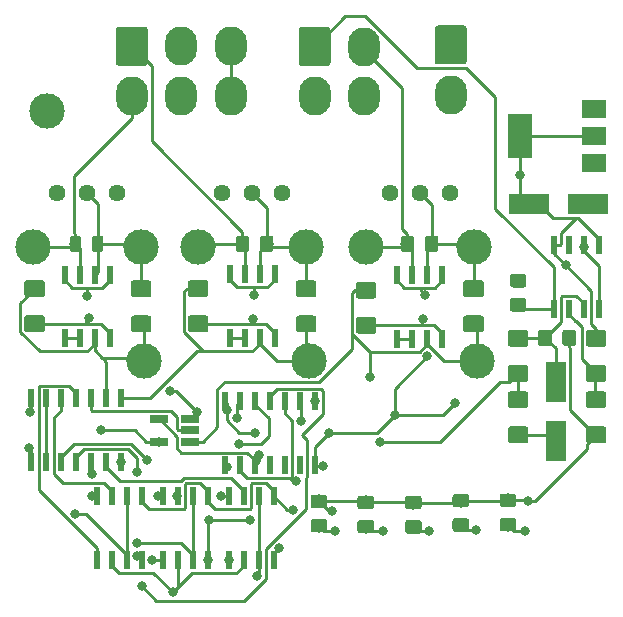
<source format=gbr>
G04 #@! TF.GenerationSoftware,KiCad,Pcbnew,(5.1.0)-1*
G04 #@! TF.CreationDate,2019-10-16T14:08:09+11:00*
G04 #@! TF.ProjectId,BSPD,42535044-2e6b-4696-9361-645f70636258,rev?*
G04 #@! TF.SameCoordinates,Original*
G04 #@! TF.FileFunction,Copper,L1,Top*
G04 #@! TF.FilePolarity,Positive*
%FSLAX46Y46*%
G04 Gerber Fmt 4.6, Leading zero omitted, Abs format (unit mm)*
G04 Created by KiCad (PCBNEW (5.1.0)-1) date 2019-10-16 14:08:09*
%MOMM*%
%LPD*%
G04 APERTURE LIST*
%ADD10R,0.600000X1.500000*%
%ADD11C,0.100000*%
%ADD12C,1.150000*%
%ADD13C,0.975000*%
%ADD14R,3.500000X1.800000*%
%ADD15R,1.800000X3.500000*%
%ADD16O,2.700000X3.300000*%
%ADD17C,2.700000*%
%ADD18C,1.425000*%
%ADD19C,1.440000*%
%ADD20C,3.000000*%
%ADD21R,0.600000X1.550000*%
%ADD22R,2.000000X3.800000*%
%ADD23R,2.000000X1.500000*%
%ADD24R,1.560000X0.650000*%
%ADD25C,0.800000*%
%ADD26C,0.250000*%
G04 APERTURE END LIST*
D10*
X94640000Y-97234000D03*
X93370000Y-97234000D03*
X92100000Y-97234000D03*
X90830000Y-97234000D03*
X89560000Y-97234000D03*
X88290000Y-97234000D03*
X87020000Y-97234000D03*
X87020000Y-91834000D03*
X88290000Y-91834000D03*
X89560000Y-91834000D03*
X90830000Y-91834000D03*
X92100000Y-91834000D03*
X93370000Y-91834000D03*
X94640000Y-91834000D03*
X78257000Y-96975500D03*
X76987000Y-96975500D03*
X75717000Y-96975500D03*
X74447000Y-96975500D03*
X73177000Y-96975500D03*
X71907000Y-96975500D03*
X70637000Y-96975500D03*
X70637000Y-91575500D03*
X71907000Y-91575500D03*
X73177000Y-91575500D03*
X74447000Y-91575500D03*
X75717000Y-91575500D03*
X76987000Y-91575500D03*
X78257000Y-91575500D03*
D11*
G36*
X95449005Y-101775704D02*
G01*
X95473273Y-101779304D01*
X95497072Y-101785265D01*
X95520171Y-101793530D01*
X95542350Y-101804020D01*
X95563393Y-101816632D01*
X95583099Y-101831247D01*
X95601277Y-101847723D01*
X95617753Y-101865901D01*
X95632368Y-101885607D01*
X95644980Y-101906650D01*
X95655470Y-101928829D01*
X95663735Y-101951928D01*
X95669696Y-101975727D01*
X95673296Y-101999995D01*
X95674500Y-102024499D01*
X95674500Y-102674501D01*
X95673296Y-102699005D01*
X95669696Y-102723273D01*
X95663735Y-102747072D01*
X95655470Y-102770171D01*
X95644980Y-102792350D01*
X95632368Y-102813393D01*
X95617753Y-102833099D01*
X95601277Y-102851277D01*
X95583099Y-102867753D01*
X95563393Y-102882368D01*
X95542350Y-102894980D01*
X95520171Y-102905470D01*
X95497072Y-102913735D01*
X95473273Y-102919696D01*
X95449005Y-102923296D01*
X95424501Y-102924500D01*
X94524499Y-102924500D01*
X94499995Y-102923296D01*
X94475727Y-102919696D01*
X94451928Y-102913735D01*
X94428829Y-102905470D01*
X94406650Y-102894980D01*
X94385607Y-102882368D01*
X94365901Y-102867753D01*
X94347723Y-102851277D01*
X94331247Y-102833099D01*
X94316632Y-102813393D01*
X94304020Y-102792350D01*
X94293530Y-102770171D01*
X94285265Y-102747072D01*
X94279304Y-102723273D01*
X94275704Y-102699005D01*
X94274500Y-102674501D01*
X94274500Y-102024499D01*
X94275704Y-101999995D01*
X94279304Y-101975727D01*
X94285265Y-101951928D01*
X94293530Y-101928829D01*
X94304020Y-101906650D01*
X94316632Y-101885607D01*
X94331247Y-101865901D01*
X94347723Y-101847723D01*
X94365901Y-101831247D01*
X94385607Y-101816632D01*
X94406650Y-101804020D01*
X94428829Y-101793530D01*
X94451928Y-101785265D01*
X94475727Y-101779304D01*
X94499995Y-101775704D01*
X94524499Y-101774500D01*
X95424501Y-101774500D01*
X95449005Y-101775704D01*
X95449005Y-101775704D01*
G37*
D12*
X94974500Y-102349500D03*
D11*
G36*
X95449005Y-99725704D02*
G01*
X95473273Y-99729304D01*
X95497072Y-99735265D01*
X95520171Y-99743530D01*
X95542350Y-99754020D01*
X95563393Y-99766632D01*
X95583099Y-99781247D01*
X95601277Y-99797723D01*
X95617753Y-99815901D01*
X95632368Y-99835607D01*
X95644980Y-99856650D01*
X95655470Y-99878829D01*
X95663735Y-99901928D01*
X95669696Y-99925727D01*
X95673296Y-99949995D01*
X95674500Y-99974499D01*
X95674500Y-100624501D01*
X95673296Y-100649005D01*
X95669696Y-100673273D01*
X95663735Y-100697072D01*
X95655470Y-100720171D01*
X95644980Y-100742350D01*
X95632368Y-100763393D01*
X95617753Y-100783099D01*
X95601277Y-100801277D01*
X95583099Y-100817753D01*
X95563393Y-100832368D01*
X95542350Y-100844980D01*
X95520171Y-100855470D01*
X95497072Y-100863735D01*
X95473273Y-100869696D01*
X95449005Y-100873296D01*
X95424501Y-100874500D01*
X94524499Y-100874500D01*
X94499995Y-100873296D01*
X94475727Y-100869696D01*
X94451928Y-100863735D01*
X94428829Y-100855470D01*
X94406650Y-100844980D01*
X94385607Y-100832368D01*
X94365901Y-100817753D01*
X94347723Y-100801277D01*
X94331247Y-100783099D01*
X94316632Y-100763393D01*
X94304020Y-100742350D01*
X94293530Y-100720171D01*
X94285265Y-100697072D01*
X94279304Y-100673273D01*
X94275704Y-100649005D01*
X94274500Y-100624501D01*
X94274500Y-99974499D01*
X94275704Y-99949995D01*
X94279304Y-99925727D01*
X94285265Y-99901928D01*
X94293530Y-99878829D01*
X94304020Y-99856650D01*
X94316632Y-99835607D01*
X94331247Y-99815901D01*
X94347723Y-99797723D01*
X94365901Y-99781247D01*
X94385607Y-99766632D01*
X94406650Y-99754020D01*
X94428829Y-99743530D01*
X94451928Y-99735265D01*
X94475727Y-99729304D01*
X94499995Y-99725704D01*
X94524499Y-99724500D01*
X95424501Y-99724500D01*
X95449005Y-99725704D01*
X95449005Y-99725704D01*
G37*
D12*
X94974500Y-100299500D03*
D11*
G36*
X76516142Y-77787174D02*
G01*
X76539803Y-77790684D01*
X76563007Y-77796496D01*
X76585529Y-77804554D01*
X76607153Y-77814782D01*
X76627670Y-77827079D01*
X76646883Y-77841329D01*
X76664607Y-77857393D01*
X76680671Y-77875117D01*
X76694921Y-77894330D01*
X76707218Y-77914847D01*
X76717446Y-77936471D01*
X76725504Y-77958993D01*
X76731316Y-77982197D01*
X76734826Y-78005858D01*
X76736000Y-78029750D01*
X76736000Y-78942250D01*
X76734826Y-78966142D01*
X76731316Y-78989803D01*
X76725504Y-79013007D01*
X76717446Y-79035529D01*
X76707218Y-79057153D01*
X76694921Y-79077670D01*
X76680671Y-79096883D01*
X76664607Y-79114607D01*
X76646883Y-79130671D01*
X76627670Y-79144921D01*
X76607153Y-79157218D01*
X76585529Y-79167446D01*
X76563007Y-79175504D01*
X76539803Y-79181316D01*
X76516142Y-79184826D01*
X76492250Y-79186000D01*
X76004750Y-79186000D01*
X75980858Y-79184826D01*
X75957197Y-79181316D01*
X75933993Y-79175504D01*
X75911471Y-79167446D01*
X75889847Y-79157218D01*
X75869330Y-79144921D01*
X75850117Y-79130671D01*
X75832393Y-79114607D01*
X75816329Y-79096883D01*
X75802079Y-79077670D01*
X75789782Y-79057153D01*
X75779554Y-79035529D01*
X75771496Y-79013007D01*
X75765684Y-78989803D01*
X75762174Y-78966142D01*
X75761000Y-78942250D01*
X75761000Y-78029750D01*
X75762174Y-78005858D01*
X75765684Y-77982197D01*
X75771496Y-77958993D01*
X75779554Y-77936471D01*
X75789782Y-77914847D01*
X75802079Y-77894330D01*
X75816329Y-77875117D01*
X75832393Y-77857393D01*
X75850117Y-77841329D01*
X75869330Y-77827079D01*
X75889847Y-77814782D01*
X75911471Y-77804554D01*
X75933993Y-77796496D01*
X75957197Y-77790684D01*
X75980858Y-77787174D01*
X76004750Y-77786000D01*
X76492250Y-77786000D01*
X76516142Y-77787174D01*
X76516142Y-77787174D01*
G37*
D13*
X76248500Y-78486000D03*
D11*
G36*
X74641142Y-77787174D02*
G01*
X74664803Y-77790684D01*
X74688007Y-77796496D01*
X74710529Y-77804554D01*
X74732153Y-77814782D01*
X74752670Y-77827079D01*
X74771883Y-77841329D01*
X74789607Y-77857393D01*
X74805671Y-77875117D01*
X74819921Y-77894330D01*
X74832218Y-77914847D01*
X74842446Y-77936471D01*
X74850504Y-77958993D01*
X74856316Y-77982197D01*
X74859826Y-78005858D01*
X74861000Y-78029750D01*
X74861000Y-78942250D01*
X74859826Y-78966142D01*
X74856316Y-78989803D01*
X74850504Y-79013007D01*
X74842446Y-79035529D01*
X74832218Y-79057153D01*
X74819921Y-79077670D01*
X74805671Y-79096883D01*
X74789607Y-79114607D01*
X74771883Y-79130671D01*
X74752670Y-79144921D01*
X74732153Y-79157218D01*
X74710529Y-79167446D01*
X74688007Y-79175504D01*
X74664803Y-79181316D01*
X74641142Y-79184826D01*
X74617250Y-79186000D01*
X74129750Y-79186000D01*
X74105858Y-79184826D01*
X74082197Y-79181316D01*
X74058993Y-79175504D01*
X74036471Y-79167446D01*
X74014847Y-79157218D01*
X73994330Y-79144921D01*
X73975117Y-79130671D01*
X73957393Y-79114607D01*
X73941329Y-79096883D01*
X73927079Y-79077670D01*
X73914782Y-79057153D01*
X73904554Y-79035529D01*
X73896496Y-79013007D01*
X73890684Y-78989803D01*
X73887174Y-78966142D01*
X73886000Y-78942250D01*
X73886000Y-78029750D01*
X73887174Y-78005858D01*
X73890684Y-77982197D01*
X73896496Y-77958993D01*
X73904554Y-77936471D01*
X73914782Y-77914847D01*
X73927079Y-77894330D01*
X73941329Y-77875117D01*
X73957393Y-77857393D01*
X73975117Y-77841329D01*
X73994330Y-77827079D01*
X74014847Y-77814782D01*
X74036471Y-77804554D01*
X74058993Y-77796496D01*
X74082197Y-77790684D01*
X74105858Y-77787174D01*
X74129750Y-77786000D01*
X74617250Y-77786000D01*
X74641142Y-77787174D01*
X74641142Y-77787174D01*
G37*
D13*
X74373500Y-78486000D03*
D11*
G36*
X90909505Y-77787204D02*
G01*
X90933773Y-77790804D01*
X90957572Y-77796765D01*
X90980671Y-77805030D01*
X91002850Y-77815520D01*
X91023893Y-77828132D01*
X91043599Y-77842747D01*
X91061777Y-77859223D01*
X91078253Y-77877401D01*
X91092868Y-77897107D01*
X91105480Y-77918150D01*
X91115970Y-77940329D01*
X91124235Y-77963428D01*
X91130196Y-77987227D01*
X91133796Y-78011495D01*
X91135000Y-78035999D01*
X91135000Y-78936001D01*
X91133796Y-78960505D01*
X91130196Y-78984773D01*
X91124235Y-79008572D01*
X91115970Y-79031671D01*
X91105480Y-79053850D01*
X91092868Y-79074893D01*
X91078253Y-79094599D01*
X91061777Y-79112777D01*
X91043599Y-79129253D01*
X91023893Y-79143868D01*
X91002850Y-79156480D01*
X90980671Y-79166970D01*
X90957572Y-79175235D01*
X90933773Y-79181196D01*
X90909505Y-79184796D01*
X90885001Y-79186000D01*
X90234999Y-79186000D01*
X90210495Y-79184796D01*
X90186227Y-79181196D01*
X90162428Y-79175235D01*
X90139329Y-79166970D01*
X90117150Y-79156480D01*
X90096107Y-79143868D01*
X90076401Y-79129253D01*
X90058223Y-79112777D01*
X90041747Y-79094599D01*
X90027132Y-79074893D01*
X90014520Y-79053850D01*
X90004030Y-79031671D01*
X89995765Y-79008572D01*
X89989804Y-78984773D01*
X89986204Y-78960505D01*
X89985000Y-78936001D01*
X89985000Y-78035999D01*
X89986204Y-78011495D01*
X89989804Y-77987227D01*
X89995765Y-77963428D01*
X90004030Y-77940329D01*
X90014520Y-77918150D01*
X90027132Y-77897107D01*
X90041747Y-77877401D01*
X90058223Y-77859223D01*
X90076401Y-77842747D01*
X90096107Y-77828132D01*
X90117150Y-77815520D01*
X90139329Y-77805030D01*
X90162428Y-77796765D01*
X90186227Y-77790804D01*
X90210495Y-77787204D01*
X90234999Y-77786000D01*
X90885001Y-77786000D01*
X90909505Y-77787204D01*
X90909505Y-77787204D01*
G37*
D12*
X90560000Y-78486000D03*
D11*
G36*
X88859505Y-77787204D02*
G01*
X88883773Y-77790804D01*
X88907572Y-77796765D01*
X88930671Y-77805030D01*
X88952850Y-77815520D01*
X88973893Y-77828132D01*
X88993599Y-77842747D01*
X89011777Y-77859223D01*
X89028253Y-77877401D01*
X89042868Y-77897107D01*
X89055480Y-77918150D01*
X89065970Y-77940329D01*
X89074235Y-77963428D01*
X89080196Y-77987227D01*
X89083796Y-78011495D01*
X89085000Y-78035999D01*
X89085000Y-78936001D01*
X89083796Y-78960505D01*
X89080196Y-78984773D01*
X89074235Y-79008572D01*
X89065970Y-79031671D01*
X89055480Y-79053850D01*
X89042868Y-79074893D01*
X89028253Y-79094599D01*
X89011777Y-79112777D01*
X88993599Y-79129253D01*
X88973893Y-79143868D01*
X88952850Y-79156480D01*
X88930671Y-79166970D01*
X88907572Y-79175235D01*
X88883773Y-79181196D01*
X88859505Y-79184796D01*
X88835001Y-79186000D01*
X88184999Y-79186000D01*
X88160495Y-79184796D01*
X88136227Y-79181196D01*
X88112428Y-79175235D01*
X88089329Y-79166970D01*
X88067150Y-79156480D01*
X88046107Y-79143868D01*
X88026401Y-79129253D01*
X88008223Y-79112777D01*
X87991747Y-79094599D01*
X87977132Y-79074893D01*
X87964520Y-79053850D01*
X87954030Y-79031671D01*
X87945765Y-79008572D01*
X87939804Y-78984773D01*
X87936204Y-78960505D01*
X87935000Y-78936001D01*
X87935000Y-78035999D01*
X87936204Y-78011495D01*
X87939804Y-77987227D01*
X87945765Y-77963428D01*
X87954030Y-77940329D01*
X87964520Y-77918150D01*
X87977132Y-77897107D01*
X87991747Y-77877401D01*
X88008223Y-77859223D01*
X88026401Y-77842747D01*
X88046107Y-77828132D01*
X88067150Y-77815520D01*
X88089329Y-77805030D01*
X88112428Y-77796765D01*
X88136227Y-77790804D01*
X88160495Y-77787204D01*
X88184999Y-77786000D01*
X88835001Y-77786000D01*
X88859505Y-77787204D01*
X88859505Y-77787204D01*
G37*
D12*
X88510000Y-78486000D03*
D11*
G36*
X102829505Y-77787204D02*
G01*
X102853773Y-77790804D01*
X102877572Y-77796765D01*
X102900671Y-77805030D01*
X102922850Y-77815520D01*
X102943893Y-77828132D01*
X102963599Y-77842747D01*
X102981777Y-77859223D01*
X102998253Y-77877401D01*
X103012868Y-77897107D01*
X103025480Y-77918150D01*
X103035970Y-77940329D01*
X103044235Y-77963428D01*
X103050196Y-77987227D01*
X103053796Y-78011495D01*
X103055000Y-78035999D01*
X103055000Y-78936001D01*
X103053796Y-78960505D01*
X103050196Y-78984773D01*
X103044235Y-79008572D01*
X103035970Y-79031671D01*
X103025480Y-79053850D01*
X103012868Y-79074893D01*
X102998253Y-79094599D01*
X102981777Y-79112777D01*
X102963599Y-79129253D01*
X102943893Y-79143868D01*
X102922850Y-79156480D01*
X102900671Y-79166970D01*
X102877572Y-79175235D01*
X102853773Y-79181196D01*
X102829505Y-79184796D01*
X102805001Y-79186000D01*
X102154999Y-79186000D01*
X102130495Y-79184796D01*
X102106227Y-79181196D01*
X102082428Y-79175235D01*
X102059329Y-79166970D01*
X102037150Y-79156480D01*
X102016107Y-79143868D01*
X101996401Y-79129253D01*
X101978223Y-79112777D01*
X101961747Y-79094599D01*
X101947132Y-79074893D01*
X101934520Y-79053850D01*
X101924030Y-79031671D01*
X101915765Y-79008572D01*
X101909804Y-78984773D01*
X101906204Y-78960505D01*
X101905000Y-78936001D01*
X101905000Y-78035999D01*
X101906204Y-78011495D01*
X101909804Y-77987227D01*
X101915765Y-77963428D01*
X101924030Y-77940329D01*
X101934520Y-77918150D01*
X101947132Y-77897107D01*
X101961747Y-77877401D01*
X101978223Y-77859223D01*
X101996401Y-77842747D01*
X102016107Y-77828132D01*
X102037150Y-77815520D01*
X102059329Y-77805030D01*
X102082428Y-77796765D01*
X102106227Y-77790804D01*
X102130495Y-77787204D01*
X102154999Y-77786000D01*
X102805001Y-77786000D01*
X102829505Y-77787204D01*
X102829505Y-77787204D01*
G37*
D12*
X102480000Y-78486000D03*
D11*
G36*
X104879505Y-77787204D02*
G01*
X104903773Y-77790804D01*
X104927572Y-77796765D01*
X104950671Y-77805030D01*
X104972850Y-77815520D01*
X104993893Y-77828132D01*
X105013599Y-77842747D01*
X105031777Y-77859223D01*
X105048253Y-77877401D01*
X105062868Y-77897107D01*
X105075480Y-77918150D01*
X105085970Y-77940329D01*
X105094235Y-77963428D01*
X105100196Y-77987227D01*
X105103796Y-78011495D01*
X105105000Y-78035999D01*
X105105000Y-78936001D01*
X105103796Y-78960505D01*
X105100196Y-78984773D01*
X105094235Y-79008572D01*
X105085970Y-79031671D01*
X105075480Y-79053850D01*
X105062868Y-79074893D01*
X105048253Y-79094599D01*
X105031777Y-79112777D01*
X105013599Y-79129253D01*
X104993893Y-79143868D01*
X104972850Y-79156480D01*
X104950671Y-79166970D01*
X104927572Y-79175235D01*
X104903773Y-79181196D01*
X104879505Y-79184796D01*
X104855001Y-79186000D01*
X104204999Y-79186000D01*
X104180495Y-79184796D01*
X104156227Y-79181196D01*
X104132428Y-79175235D01*
X104109329Y-79166970D01*
X104087150Y-79156480D01*
X104066107Y-79143868D01*
X104046401Y-79129253D01*
X104028223Y-79112777D01*
X104011747Y-79094599D01*
X103997132Y-79074893D01*
X103984520Y-79053850D01*
X103974030Y-79031671D01*
X103965765Y-79008572D01*
X103959804Y-78984773D01*
X103956204Y-78960505D01*
X103955000Y-78936001D01*
X103955000Y-78035999D01*
X103956204Y-78011495D01*
X103959804Y-77987227D01*
X103965765Y-77963428D01*
X103974030Y-77940329D01*
X103984520Y-77918150D01*
X103997132Y-77897107D01*
X104011747Y-77877401D01*
X104028223Y-77859223D01*
X104046401Y-77842747D01*
X104066107Y-77828132D01*
X104087150Y-77815520D01*
X104109329Y-77805030D01*
X104132428Y-77796765D01*
X104156227Y-77790804D01*
X104180495Y-77787204D01*
X104204999Y-77786000D01*
X104855001Y-77786000D01*
X104879505Y-77787204D01*
X104879505Y-77787204D01*
G37*
D12*
X104530000Y-78486000D03*
D11*
G36*
X116525505Y-85750204D02*
G01*
X116549773Y-85753804D01*
X116573572Y-85759765D01*
X116596671Y-85768030D01*
X116618850Y-85778520D01*
X116639893Y-85791132D01*
X116659599Y-85805747D01*
X116677777Y-85822223D01*
X116694253Y-85840401D01*
X116708868Y-85860107D01*
X116721480Y-85881150D01*
X116731970Y-85903329D01*
X116740235Y-85926428D01*
X116746196Y-85950227D01*
X116749796Y-85974495D01*
X116751000Y-85998999D01*
X116751000Y-86899001D01*
X116749796Y-86923505D01*
X116746196Y-86947773D01*
X116740235Y-86971572D01*
X116731970Y-86994671D01*
X116721480Y-87016850D01*
X116708868Y-87037893D01*
X116694253Y-87057599D01*
X116677777Y-87075777D01*
X116659599Y-87092253D01*
X116639893Y-87106868D01*
X116618850Y-87119480D01*
X116596671Y-87129970D01*
X116573572Y-87138235D01*
X116549773Y-87144196D01*
X116525505Y-87147796D01*
X116501001Y-87149000D01*
X115850999Y-87149000D01*
X115826495Y-87147796D01*
X115802227Y-87144196D01*
X115778428Y-87138235D01*
X115755329Y-87129970D01*
X115733150Y-87119480D01*
X115712107Y-87106868D01*
X115692401Y-87092253D01*
X115674223Y-87075777D01*
X115657747Y-87057599D01*
X115643132Y-87037893D01*
X115630520Y-87016850D01*
X115620030Y-86994671D01*
X115611765Y-86971572D01*
X115605804Y-86947773D01*
X115602204Y-86923505D01*
X115601000Y-86899001D01*
X115601000Y-85998999D01*
X115602204Y-85974495D01*
X115605804Y-85950227D01*
X115611765Y-85926428D01*
X115620030Y-85903329D01*
X115630520Y-85881150D01*
X115643132Y-85860107D01*
X115657747Y-85840401D01*
X115674223Y-85822223D01*
X115692401Y-85805747D01*
X115712107Y-85791132D01*
X115733150Y-85778520D01*
X115755329Y-85768030D01*
X115778428Y-85759765D01*
X115802227Y-85753804D01*
X115826495Y-85750204D01*
X115850999Y-85749000D01*
X116501001Y-85749000D01*
X116525505Y-85750204D01*
X116525505Y-85750204D01*
G37*
D12*
X116176000Y-86449000D03*
D11*
G36*
X114475505Y-85750204D02*
G01*
X114499773Y-85753804D01*
X114523572Y-85759765D01*
X114546671Y-85768030D01*
X114568850Y-85778520D01*
X114589893Y-85791132D01*
X114609599Y-85805747D01*
X114627777Y-85822223D01*
X114644253Y-85840401D01*
X114658868Y-85860107D01*
X114671480Y-85881150D01*
X114681970Y-85903329D01*
X114690235Y-85926428D01*
X114696196Y-85950227D01*
X114699796Y-85974495D01*
X114701000Y-85998999D01*
X114701000Y-86899001D01*
X114699796Y-86923505D01*
X114696196Y-86947773D01*
X114690235Y-86971572D01*
X114681970Y-86994671D01*
X114671480Y-87016850D01*
X114658868Y-87037893D01*
X114644253Y-87057599D01*
X114627777Y-87075777D01*
X114609599Y-87092253D01*
X114589893Y-87106868D01*
X114568850Y-87119480D01*
X114546671Y-87129970D01*
X114523572Y-87138235D01*
X114499773Y-87144196D01*
X114475505Y-87147796D01*
X114451001Y-87149000D01*
X113800999Y-87149000D01*
X113776495Y-87147796D01*
X113752227Y-87144196D01*
X113728428Y-87138235D01*
X113705329Y-87129970D01*
X113683150Y-87119480D01*
X113662107Y-87106868D01*
X113642401Y-87092253D01*
X113624223Y-87075777D01*
X113607747Y-87057599D01*
X113593132Y-87037893D01*
X113580520Y-87016850D01*
X113570030Y-86994671D01*
X113561765Y-86971572D01*
X113555804Y-86947773D01*
X113552204Y-86923505D01*
X113551000Y-86899001D01*
X113551000Y-85998999D01*
X113552204Y-85974495D01*
X113555804Y-85950227D01*
X113561765Y-85926428D01*
X113570030Y-85903329D01*
X113580520Y-85881150D01*
X113593132Y-85860107D01*
X113607747Y-85840401D01*
X113624223Y-85822223D01*
X113642401Y-85805747D01*
X113662107Y-85791132D01*
X113683150Y-85778520D01*
X113705329Y-85768030D01*
X113728428Y-85759765D01*
X113752227Y-85753804D01*
X113776495Y-85750204D01*
X113800999Y-85749000D01*
X114451001Y-85749000D01*
X114475505Y-85750204D01*
X114475505Y-85750204D01*
G37*
D12*
X114126000Y-86449000D03*
D14*
X112731000Y-75099000D03*
X117731000Y-75099000D03*
D11*
G36*
X111454905Y-101686604D02*
G01*
X111479173Y-101690204D01*
X111502972Y-101696165D01*
X111526071Y-101704430D01*
X111548250Y-101714920D01*
X111569293Y-101727532D01*
X111588999Y-101742147D01*
X111607177Y-101758623D01*
X111623653Y-101776801D01*
X111638268Y-101796507D01*
X111650880Y-101817550D01*
X111661370Y-101839729D01*
X111669635Y-101862828D01*
X111675596Y-101886627D01*
X111679196Y-101910895D01*
X111680400Y-101935399D01*
X111680400Y-102585401D01*
X111679196Y-102609905D01*
X111675596Y-102634173D01*
X111669635Y-102657972D01*
X111661370Y-102681071D01*
X111650880Y-102703250D01*
X111638268Y-102724293D01*
X111623653Y-102743999D01*
X111607177Y-102762177D01*
X111588999Y-102778653D01*
X111569293Y-102793268D01*
X111548250Y-102805880D01*
X111526071Y-102816370D01*
X111502972Y-102824635D01*
X111479173Y-102830596D01*
X111454905Y-102834196D01*
X111430401Y-102835400D01*
X110530399Y-102835400D01*
X110505895Y-102834196D01*
X110481627Y-102830596D01*
X110457828Y-102824635D01*
X110434729Y-102816370D01*
X110412550Y-102805880D01*
X110391507Y-102793268D01*
X110371801Y-102778653D01*
X110353623Y-102762177D01*
X110337147Y-102743999D01*
X110322532Y-102724293D01*
X110309920Y-102703250D01*
X110299430Y-102681071D01*
X110291165Y-102657972D01*
X110285204Y-102634173D01*
X110281604Y-102609905D01*
X110280400Y-102585401D01*
X110280400Y-101935399D01*
X110281604Y-101910895D01*
X110285204Y-101886627D01*
X110291165Y-101862828D01*
X110299430Y-101839729D01*
X110309920Y-101817550D01*
X110322532Y-101796507D01*
X110337147Y-101776801D01*
X110353623Y-101758623D01*
X110371801Y-101742147D01*
X110391507Y-101727532D01*
X110412550Y-101714920D01*
X110434729Y-101704430D01*
X110457828Y-101696165D01*
X110481627Y-101690204D01*
X110505895Y-101686604D01*
X110530399Y-101685400D01*
X111430401Y-101685400D01*
X111454905Y-101686604D01*
X111454905Y-101686604D01*
G37*
D12*
X110980400Y-102260400D03*
D11*
G36*
X111454905Y-99636604D02*
G01*
X111479173Y-99640204D01*
X111502972Y-99646165D01*
X111526071Y-99654430D01*
X111548250Y-99664920D01*
X111569293Y-99677532D01*
X111588999Y-99692147D01*
X111607177Y-99708623D01*
X111623653Y-99726801D01*
X111638268Y-99746507D01*
X111650880Y-99767550D01*
X111661370Y-99789729D01*
X111669635Y-99812828D01*
X111675596Y-99836627D01*
X111679196Y-99860895D01*
X111680400Y-99885399D01*
X111680400Y-100535401D01*
X111679196Y-100559905D01*
X111675596Y-100584173D01*
X111669635Y-100607972D01*
X111661370Y-100631071D01*
X111650880Y-100653250D01*
X111638268Y-100674293D01*
X111623653Y-100693999D01*
X111607177Y-100712177D01*
X111588999Y-100728653D01*
X111569293Y-100743268D01*
X111548250Y-100755880D01*
X111526071Y-100766370D01*
X111502972Y-100774635D01*
X111479173Y-100780596D01*
X111454905Y-100784196D01*
X111430401Y-100785400D01*
X110530399Y-100785400D01*
X110505895Y-100784196D01*
X110481627Y-100780596D01*
X110457828Y-100774635D01*
X110434729Y-100766370D01*
X110412550Y-100755880D01*
X110391507Y-100743268D01*
X110371801Y-100728653D01*
X110353623Y-100712177D01*
X110337147Y-100693999D01*
X110322532Y-100674293D01*
X110309920Y-100653250D01*
X110299430Y-100631071D01*
X110291165Y-100607972D01*
X110285204Y-100584173D01*
X110281604Y-100559905D01*
X110280400Y-100535401D01*
X110280400Y-99885399D01*
X110281604Y-99860895D01*
X110285204Y-99836627D01*
X110291165Y-99812828D01*
X110299430Y-99789729D01*
X110309920Y-99767550D01*
X110322532Y-99746507D01*
X110337147Y-99726801D01*
X110353623Y-99708623D01*
X110371801Y-99692147D01*
X110391507Y-99677532D01*
X110412550Y-99664920D01*
X110434729Y-99654430D01*
X110457828Y-99646165D01*
X110481627Y-99640204D01*
X110505895Y-99636604D01*
X110530399Y-99635400D01*
X111430401Y-99635400D01*
X111454905Y-99636604D01*
X111454905Y-99636604D01*
G37*
D12*
X110980400Y-100210400D03*
D11*
G36*
X107467105Y-99662004D02*
G01*
X107491373Y-99665604D01*
X107515172Y-99671565D01*
X107538271Y-99679830D01*
X107560450Y-99690320D01*
X107581493Y-99702932D01*
X107601199Y-99717547D01*
X107619377Y-99734023D01*
X107635853Y-99752201D01*
X107650468Y-99771907D01*
X107663080Y-99792950D01*
X107673570Y-99815129D01*
X107681835Y-99838228D01*
X107687796Y-99862027D01*
X107691396Y-99886295D01*
X107692600Y-99910799D01*
X107692600Y-100560801D01*
X107691396Y-100585305D01*
X107687796Y-100609573D01*
X107681835Y-100633372D01*
X107673570Y-100656471D01*
X107663080Y-100678650D01*
X107650468Y-100699693D01*
X107635853Y-100719399D01*
X107619377Y-100737577D01*
X107601199Y-100754053D01*
X107581493Y-100768668D01*
X107560450Y-100781280D01*
X107538271Y-100791770D01*
X107515172Y-100800035D01*
X107491373Y-100805996D01*
X107467105Y-100809596D01*
X107442601Y-100810800D01*
X106542599Y-100810800D01*
X106518095Y-100809596D01*
X106493827Y-100805996D01*
X106470028Y-100800035D01*
X106446929Y-100791770D01*
X106424750Y-100781280D01*
X106403707Y-100768668D01*
X106384001Y-100754053D01*
X106365823Y-100737577D01*
X106349347Y-100719399D01*
X106334732Y-100699693D01*
X106322120Y-100678650D01*
X106311630Y-100656471D01*
X106303365Y-100633372D01*
X106297404Y-100609573D01*
X106293804Y-100585305D01*
X106292600Y-100560801D01*
X106292600Y-99910799D01*
X106293804Y-99886295D01*
X106297404Y-99862027D01*
X106303365Y-99838228D01*
X106311630Y-99815129D01*
X106322120Y-99792950D01*
X106334732Y-99771907D01*
X106349347Y-99752201D01*
X106365823Y-99734023D01*
X106384001Y-99717547D01*
X106403707Y-99702932D01*
X106424750Y-99690320D01*
X106446929Y-99679830D01*
X106470028Y-99671565D01*
X106493827Y-99665604D01*
X106518095Y-99662004D01*
X106542599Y-99660800D01*
X107442601Y-99660800D01*
X107467105Y-99662004D01*
X107467105Y-99662004D01*
G37*
D12*
X106992600Y-100235800D03*
D11*
G36*
X107467105Y-101712004D02*
G01*
X107491373Y-101715604D01*
X107515172Y-101721565D01*
X107538271Y-101729830D01*
X107560450Y-101740320D01*
X107581493Y-101752932D01*
X107601199Y-101767547D01*
X107619377Y-101784023D01*
X107635853Y-101802201D01*
X107650468Y-101821907D01*
X107663080Y-101842950D01*
X107673570Y-101865129D01*
X107681835Y-101888228D01*
X107687796Y-101912027D01*
X107691396Y-101936295D01*
X107692600Y-101960799D01*
X107692600Y-102610801D01*
X107691396Y-102635305D01*
X107687796Y-102659573D01*
X107681835Y-102683372D01*
X107673570Y-102706471D01*
X107663080Y-102728650D01*
X107650468Y-102749693D01*
X107635853Y-102769399D01*
X107619377Y-102787577D01*
X107601199Y-102804053D01*
X107581493Y-102818668D01*
X107560450Y-102831280D01*
X107538271Y-102841770D01*
X107515172Y-102850035D01*
X107491373Y-102855996D01*
X107467105Y-102859596D01*
X107442601Y-102860800D01*
X106542599Y-102860800D01*
X106518095Y-102859596D01*
X106493827Y-102855996D01*
X106470028Y-102850035D01*
X106446929Y-102841770D01*
X106424750Y-102831280D01*
X106403707Y-102818668D01*
X106384001Y-102804053D01*
X106365823Y-102787577D01*
X106349347Y-102769399D01*
X106334732Y-102749693D01*
X106322120Y-102728650D01*
X106311630Y-102706471D01*
X106303365Y-102683372D01*
X106297404Y-102659573D01*
X106293804Y-102635305D01*
X106292600Y-102610801D01*
X106292600Y-101960799D01*
X106293804Y-101936295D01*
X106297404Y-101912027D01*
X106303365Y-101888228D01*
X106311630Y-101865129D01*
X106322120Y-101842950D01*
X106334732Y-101821907D01*
X106349347Y-101802201D01*
X106365823Y-101784023D01*
X106384001Y-101767547D01*
X106403707Y-101752932D01*
X106424750Y-101740320D01*
X106446929Y-101729830D01*
X106470028Y-101721565D01*
X106493827Y-101715604D01*
X106518095Y-101712004D01*
X106542599Y-101710800D01*
X107442601Y-101710800D01*
X107467105Y-101712004D01*
X107467105Y-101712004D01*
G37*
D12*
X106992600Y-102285800D03*
D11*
G36*
X103453905Y-101873404D02*
G01*
X103478173Y-101877004D01*
X103501972Y-101882965D01*
X103525071Y-101891230D01*
X103547250Y-101901720D01*
X103568293Y-101914332D01*
X103587999Y-101928947D01*
X103606177Y-101945423D01*
X103622653Y-101963601D01*
X103637268Y-101983307D01*
X103649880Y-102004350D01*
X103660370Y-102026529D01*
X103668635Y-102049628D01*
X103674596Y-102073427D01*
X103678196Y-102097695D01*
X103679400Y-102122199D01*
X103679400Y-102772201D01*
X103678196Y-102796705D01*
X103674596Y-102820973D01*
X103668635Y-102844772D01*
X103660370Y-102867871D01*
X103649880Y-102890050D01*
X103637268Y-102911093D01*
X103622653Y-102930799D01*
X103606177Y-102948977D01*
X103587999Y-102965453D01*
X103568293Y-102980068D01*
X103547250Y-102992680D01*
X103525071Y-103003170D01*
X103501972Y-103011435D01*
X103478173Y-103017396D01*
X103453905Y-103020996D01*
X103429401Y-103022200D01*
X102529399Y-103022200D01*
X102504895Y-103020996D01*
X102480627Y-103017396D01*
X102456828Y-103011435D01*
X102433729Y-103003170D01*
X102411550Y-102992680D01*
X102390507Y-102980068D01*
X102370801Y-102965453D01*
X102352623Y-102948977D01*
X102336147Y-102930799D01*
X102321532Y-102911093D01*
X102308920Y-102890050D01*
X102298430Y-102867871D01*
X102290165Y-102844772D01*
X102284204Y-102820973D01*
X102280604Y-102796705D01*
X102279400Y-102772201D01*
X102279400Y-102122199D01*
X102280604Y-102097695D01*
X102284204Y-102073427D01*
X102290165Y-102049628D01*
X102298430Y-102026529D01*
X102308920Y-102004350D01*
X102321532Y-101983307D01*
X102336147Y-101963601D01*
X102352623Y-101945423D01*
X102370801Y-101928947D01*
X102390507Y-101914332D01*
X102411550Y-101901720D01*
X102433729Y-101891230D01*
X102456828Y-101882965D01*
X102480627Y-101877004D01*
X102504895Y-101873404D01*
X102529399Y-101872200D01*
X103429401Y-101872200D01*
X103453905Y-101873404D01*
X103453905Y-101873404D01*
G37*
D12*
X102979400Y-102447200D03*
D11*
G36*
X103453905Y-99823404D02*
G01*
X103478173Y-99827004D01*
X103501972Y-99832965D01*
X103525071Y-99841230D01*
X103547250Y-99851720D01*
X103568293Y-99864332D01*
X103587999Y-99878947D01*
X103606177Y-99895423D01*
X103622653Y-99913601D01*
X103637268Y-99933307D01*
X103649880Y-99954350D01*
X103660370Y-99976529D01*
X103668635Y-99999628D01*
X103674596Y-100023427D01*
X103678196Y-100047695D01*
X103679400Y-100072199D01*
X103679400Y-100722201D01*
X103678196Y-100746705D01*
X103674596Y-100770973D01*
X103668635Y-100794772D01*
X103660370Y-100817871D01*
X103649880Y-100840050D01*
X103637268Y-100861093D01*
X103622653Y-100880799D01*
X103606177Y-100898977D01*
X103587999Y-100915453D01*
X103568293Y-100930068D01*
X103547250Y-100942680D01*
X103525071Y-100953170D01*
X103501972Y-100961435D01*
X103478173Y-100967396D01*
X103453905Y-100970996D01*
X103429401Y-100972200D01*
X102529399Y-100972200D01*
X102504895Y-100970996D01*
X102480627Y-100967396D01*
X102456828Y-100961435D01*
X102433729Y-100953170D01*
X102411550Y-100942680D01*
X102390507Y-100930068D01*
X102370801Y-100915453D01*
X102352623Y-100898977D01*
X102336147Y-100880799D01*
X102321532Y-100861093D01*
X102308920Y-100840050D01*
X102298430Y-100817871D01*
X102290165Y-100794772D01*
X102284204Y-100770973D01*
X102280604Y-100746705D01*
X102279400Y-100722201D01*
X102279400Y-100072199D01*
X102280604Y-100047695D01*
X102284204Y-100023427D01*
X102290165Y-99999628D01*
X102298430Y-99976529D01*
X102308920Y-99954350D01*
X102321532Y-99933307D01*
X102336147Y-99913601D01*
X102352623Y-99895423D01*
X102370801Y-99878947D01*
X102390507Y-99864332D01*
X102411550Y-99851720D01*
X102433729Y-99841230D01*
X102456828Y-99832965D01*
X102480627Y-99827004D01*
X102504895Y-99823404D01*
X102529399Y-99822200D01*
X103429401Y-99822200D01*
X103453905Y-99823404D01*
X103453905Y-99823404D01*
G37*
D12*
X102979400Y-100397200D03*
D11*
G36*
X99415305Y-99814404D02*
G01*
X99439573Y-99818004D01*
X99463372Y-99823965D01*
X99486471Y-99832230D01*
X99508650Y-99842720D01*
X99529693Y-99855332D01*
X99549399Y-99869947D01*
X99567577Y-99886423D01*
X99584053Y-99904601D01*
X99598668Y-99924307D01*
X99611280Y-99945350D01*
X99621770Y-99967529D01*
X99630035Y-99990628D01*
X99635996Y-100014427D01*
X99639596Y-100038695D01*
X99640800Y-100063199D01*
X99640800Y-100713201D01*
X99639596Y-100737705D01*
X99635996Y-100761973D01*
X99630035Y-100785772D01*
X99621770Y-100808871D01*
X99611280Y-100831050D01*
X99598668Y-100852093D01*
X99584053Y-100871799D01*
X99567577Y-100889977D01*
X99549399Y-100906453D01*
X99529693Y-100921068D01*
X99508650Y-100933680D01*
X99486471Y-100944170D01*
X99463372Y-100952435D01*
X99439573Y-100958396D01*
X99415305Y-100961996D01*
X99390801Y-100963200D01*
X98490799Y-100963200D01*
X98466295Y-100961996D01*
X98442027Y-100958396D01*
X98418228Y-100952435D01*
X98395129Y-100944170D01*
X98372950Y-100933680D01*
X98351907Y-100921068D01*
X98332201Y-100906453D01*
X98314023Y-100889977D01*
X98297547Y-100871799D01*
X98282932Y-100852093D01*
X98270320Y-100831050D01*
X98259830Y-100808871D01*
X98251565Y-100785772D01*
X98245604Y-100761973D01*
X98242004Y-100737705D01*
X98240800Y-100713201D01*
X98240800Y-100063199D01*
X98242004Y-100038695D01*
X98245604Y-100014427D01*
X98251565Y-99990628D01*
X98259830Y-99967529D01*
X98270320Y-99945350D01*
X98282932Y-99924307D01*
X98297547Y-99904601D01*
X98314023Y-99886423D01*
X98332201Y-99869947D01*
X98351907Y-99855332D01*
X98372950Y-99842720D01*
X98395129Y-99832230D01*
X98418228Y-99823965D01*
X98442027Y-99818004D01*
X98466295Y-99814404D01*
X98490799Y-99813200D01*
X99390801Y-99813200D01*
X99415305Y-99814404D01*
X99415305Y-99814404D01*
G37*
D12*
X98940800Y-100388200D03*
D11*
G36*
X99415305Y-101864404D02*
G01*
X99439573Y-101868004D01*
X99463372Y-101873965D01*
X99486471Y-101882230D01*
X99508650Y-101892720D01*
X99529693Y-101905332D01*
X99549399Y-101919947D01*
X99567577Y-101936423D01*
X99584053Y-101954601D01*
X99598668Y-101974307D01*
X99611280Y-101995350D01*
X99621770Y-102017529D01*
X99630035Y-102040628D01*
X99635996Y-102064427D01*
X99639596Y-102088695D01*
X99640800Y-102113199D01*
X99640800Y-102763201D01*
X99639596Y-102787705D01*
X99635996Y-102811973D01*
X99630035Y-102835772D01*
X99621770Y-102858871D01*
X99611280Y-102881050D01*
X99598668Y-102902093D01*
X99584053Y-102921799D01*
X99567577Y-102939977D01*
X99549399Y-102956453D01*
X99529693Y-102971068D01*
X99508650Y-102983680D01*
X99486471Y-102994170D01*
X99463372Y-103002435D01*
X99439573Y-103008396D01*
X99415305Y-103011996D01*
X99390801Y-103013200D01*
X98490799Y-103013200D01*
X98466295Y-103011996D01*
X98442027Y-103008396D01*
X98418228Y-103002435D01*
X98395129Y-102994170D01*
X98372950Y-102983680D01*
X98351907Y-102971068D01*
X98332201Y-102956453D01*
X98314023Y-102939977D01*
X98297547Y-102921799D01*
X98282932Y-102902093D01*
X98270320Y-102881050D01*
X98259830Y-102858871D01*
X98251565Y-102835772D01*
X98245604Y-102811973D01*
X98242004Y-102787705D01*
X98240800Y-102763201D01*
X98240800Y-102113199D01*
X98242004Y-102088695D01*
X98245604Y-102064427D01*
X98251565Y-102040628D01*
X98259830Y-102017529D01*
X98270320Y-101995350D01*
X98282932Y-101974307D01*
X98297547Y-101954601D01*
X98314023Y-101936423D01*
X98332201Y-101919947D01*
X98351907Y-101905332D01*
X98372950Y-101892720D01*
X98395129Y-101882230D01*
X98418228Y-101873965D01*
X98442027Y-101868004D01*
X98466295Y-101864404D01*
X98490799Y-101863200D01*
X99390801Y-101863200D01*
X99415305Y-101864404D01*
X99415305Y-101864404D01*
G37*
D12*
X98940800Y-102438200D03*
D15*
X115024000Y-90172000D03*
X115024000Y-95172000D03*
D11*
G36*
X112323505Y-81040204D02*
G01*
X112347773Y-81043804D01*
X112371572Y-81049765D01*
X112394671Y-81058030D01*
X112416850Y-81068520D01*
X112437893Y-81081132D01*
X112457599Y-81095747D01*
X112475777Y-81112223D01*
X112492253Y-81130401D01*
X112506868Y-81150107D01*
X112519480Y-81171150D01*
X112529970Y-81193329D01*
X112538235Y-81216428D01*
X112544196Y-81240227D01*
X112547796Y-81264495D01*
X112549000Y-81288999D01*
X112549000Y-81939001D01*
X112547796Y-81963505D01*
X112544196Y-81987773D01*
X112538235Y-82011572D01*
X112529970Y-82034671D01*
X112519480Y-82056850D01*
X112506868Y-82077893D01*
X112492253Y-82097599D01*
X112475777Y-82115777D01*
X112457599Y-82132253D01*
X112437893Y-82146868D01*
X112416850Y-82159480D01*
X112394671Y-82169970D01*
X112371572Y-82178235D01*
X112347773Y-82184196D01*
X112323505Y-82187796D01*
X112299001Y-82189000D01*
X111398999Y-82189000D01*
X111374495Y-82187796D01*
X111350227Y-82184196D01*
X111326428Y-82178235D01*
X111303329Y-82169970D01*
X111281150Y-82159480D01*
X111260107Y-82146868D01*
X111240401Y-82132253D01*
X111222223Y-82115777D01*
X111205747Y-82097599D01*
X111191132Y-82077893D01*
X111178520Y-82056850D01*
X111168030Y-82034671D01*
X111159765Y-82011572D01*
X111153804Y-81987773D01*
X111150204Y-81963505D01*
X111149000Y-81939001D01*
X111149000Y-81288999D01*
X111150204Y-81264495D01*
X111153804Y-81240227D01*
X111159765Y-81216428D01*
X111168030Y-81193329D01*
X111178520Y-81171150D01*
X111191132Y-81150107D01*
X111205747Y-81130401D01*
X111222223Y-81112223D01*
X111240401Y-81095747D01*
X111260107Y-81081132D01*
X111281150Y-81068520D01*
X111303329Y-81058030D01*
X111326428Y-81049765D01*
X111350227Y-81043804D01*
X111374495Y-81040204D01*
X111398999Y-81039000D01*
X112299001Y-81039000D01*
X112323505Y-81040204D01*
X112323505Y-81040204D01*
G37*
D12*
X111849000Y-81614000D03*
D11*
G36*
X112323505Y-83090204D02*
G01*
X112347773Y-83093804D01*
X112371572Y-83099765D01*
X112394671Y-83108030D01*
X112416850Y-83118520D01*
X112437893Y-83131132D01*
X112457599Y-83145747D01*
X112475777Y-83162223D01*
X112492253Y-83180401D01*
X112506868Y-83200107D01*
X112519480Y-83221150D01*
X112529970Y-83243329D01*
X112538235Y-83266428D01*
X112544196Y-83290227D01*
X112547796Y-83314495D01*
X112549000Y-83338999D01*
X112549000Y-83989001D01*
X112547796Y-84013505D01*
X112544196Y-84037773D01*
X112538235Y-84061572D01*
X112529970Y-84084671D01*
X112519480Y-84106850D01*
X112506868Y-84127893D01*
X112492253Y-84147599D01*
X112475777Y-84165777D01*
X112457599Y-84182253D01*
X112437893Y-84196868D01*
X112416850Y-84209480D01*
X112394671Y-84219970D01*
X112371572Y-84228235D01*
X112347773Y-84234196D01*
X112323505Y-84237796D01*
X112299001Y-84239000D01*
X111398999Y-84239000D01*
X111374495Y-84237796D01*
X111350227Y-84234196D01*
X111326428Y-84228235D01*
X111303329Y-84219970D01*
X111281150Y-84209480D01*
X111260107Y-84196868D01*
X111240401Y-84182253D01*
X111222223Y-84165777D01*
X111205747Y-84147599D01*
X111191132Y-84127893D01*
X111178520Y-84106850D01*
X111168030Y-84084671D01*
X111159765Y-84061572D01*
X111153804Y-84037773D01*
X111150204Y-84013505D01*
X111149000Y-83989001D01*
X111149000Y-83338999D01*
X111150204Y-83314495D01*
X111153804Y-83290227D01*
X111159765Y-83266428D01*
X111168030Y-83243329D01*
X111178520Y-83221150D01*
X111191132Y-83200107D01*
X111205747Y-83180401D01*
X111222223Y-83162223D01*
X111240401Y-83145747D01*
X111260107Y-83131132D01*
X111281150Y-83118520D01*
X111303329Y-83108030D01*
X111326428Y-83099765D01*
X111350227Y-83093804D01*
X111374495Y-83090204D01*
X111398999Y-83089000D01*
X112299001Y-83089000D01*
X112323505Y-83090204D01*
X112323505Y-83090204D01*
G37*
D12*
X111849000Y-83664000D03*
D16*
X83339000Y-61755000D03*
X79139000Y-65955000D03*
X87539000Y-65955000D03*
X83339000Y-65955000D03*
X87539000Y-61755000D03*
D11*
G36*
X80263503Y-60106204D02*
G01*
X80287772Y-60109804D01*
X80311570Y-60115765D01*
X80334670Y-60124030D01*
X80356849Y-60134520D01*
X80377892Y-60147133D01*
X80397598Y-60161748D01*
X80415776Y-60178224D01*
X80432252Y-60196402D01*
X80446867Y-60216108D01*
X80459480Y-60237151D01*
X80469970Y-60259330D01*
X80478235Y-60282430D01*
X80484196Y-60306228D01*
X80487796Y-60330497D01*
X80489000Y-60355001D01*
X80489000Y-63154999D01*
X80487796Y-63179503D01*
X80484196Y-63203772D01*
X80478235Y-63227570D01*
X80469970Y-63250670D01*
X80459480Y-63272849D01*
X80446867Y-63293892D01*
X80432252Y-63313598D01*
X80415776Y-63331776D01*
X80397598Y-63348252D01*
X80377892Y-63362867D01*
X80356849Y-63375480D01*
X80334670Y-63385970D01*
X80311570Y-63394235D01*
X80287772Y-63400196D01*
X80263503Y-63403796D01*
X80238999Y-63405000D01*
X78039001Y-63405000D01*
X78014497Y-63403796D01*
X77990228Y-63400196D01*
X77966430Y-63394235D01*
X77943330Y-63385970D01*
X77921151Y-63375480D01*
X77900108Y-63362867D01*
X77880402Y-63348252D01*
X77862224Y-63331776D01*
X77845748Y-63313598D01*
X77831133Y-63293892D01*
X77818520Y-63272849D01*
X77808030Y-63250670D01*
X77799765Y-63227570D01*
X77793804Y-63203772D01*
X77790204Y-63179503D01*
X77789000Y-63154999D01*
X77789000Y-60355001D01*
X77790204Y-60330497D01*
X77793804Y-60306228D01*
X77799765Y-60282430D01*
X77808030Y-60259330D01*
X77818520Y-60237151D01*
X77831133Y-60216108D01*
X77845748Y-60196402D01*
X77862224Y-60178224D01*
X77880402Y-60161748D01*
X77900108Y-60147133D01*
X77921151Y-60134520D01*
X77943330Y-60124030D01*
X77966430Y-60115765D01*
X77990228Y-60109804D01*
X78014497Y-60106204D01*
X78039001Y-60105000D01*
X80238999Y-60105000D01*
X80263503Y-60106204D01*
X80263503Y-60106204D01*
G37*
D17*
X79139000Y-61755000D03*
D11*
G36*
X95739503Y-60138204D02*
G01*
X95763772Y-60141804D01*
X95787570Y-60147765D01*
X95810670Y-60156030D01*
X95832849Y-60166520D01*
X95853892Y-60179133D01*
X95873598Y-60193748D01*
X95891776Y-60210224D01*
X95908252Y-60228402D01*
X95922867Y-60248108D01*
X95935480Y-60269151D01*
X95945970Y-60291330D01*
X95954235Y-60314430D01*
X95960196Y-60338228D01*
X95963796Y-60362497D01*
X95965000Y-60387001D01*
X95965000Y-63186999D01*
X95963796Y-63211503D01*
X95960196Y-63235772D01*
X95954235Y-63259570D01*
X95945970Y-63282670D01*
X95935480Y-63304849D01*
X95922867Y-63325892D01*
X95908252Y-63345598D01*
X95891776Y-63363776D01*
X95873598Y-63380252D01*
X95853892Y-63394867D01*
X95832849Y-63407480D01*
X95810670Y-63417970D01*
X95787570Y-63426235D01*
X95763772Y-63432196D01*
X95739503Y-63435796D01*
X95714999Y-63437000D01*
X93515001Y-63437000D01*
X93490497Y-63435796D01*
X93466228Y-63432196D01*
X93442430Y-63426235D01*
X93419330Y-63417970D01*
X93397151Y-63407480D01*
X93376108Y-63394867D01*
X93356402Y-63380252D01*
X93338224Y-63363776D01*
X93321748Y-63345598D01*
X93307133Y-63325892D01*
X93294520Y-63304849D01*
X93284030Y-63282670D01*
X93275765Y-63259570D01*
X93269804Y-63235772D01*
X93266204Y-63211503D01*
X93265000Y-63186999D01*
X93265000Y-60387001D01*
X93266204Y-60362497D01*
X93269804Y-60338228D01*
X93275765Y-60314430D01*
X93284030Y-60291330D01*
X93294520Y-60269151D01*
X93307133Y-60248108D01*
X93321748Y-60228402D01*
X93338224Y-60210224D01*
X93356402Y-60193748D01*
X93376108Y-60179133D01*
X93397151Y-60166520D01*
X93419330Y-60156030D01*
X93442430Y-60147765D01*
X93466228Y-60141804D01*
X93490497Y-60138204D01*
X93515001Y-60137000D01*
X95714999Y-60137000D01*
X95739503Y-60138204D01*
X95739503Y-60138204D01*
G37*
D17*
X94615000Y-61787000D03*
D16*
X98815000Y-61787000D03*
X94615000Y-65987000D03*
X98815000Y-65987000D03*
X106134000Y-65855000D03*
D11*
G36*
X107258503Y-60006204D02*
G01*
X107282772Y-60009804D01*
X107306570Y-60015765D01*
X107329670Y-60024030D01*
X107351849Y-60034520D01*
X107372892Y-60047133D01*
X107392598Y-60061748D01*
X107410776Y-60078224D01*
X107427252Y-60096402D01*
X107441867Y-60116108D01*
X107454480Y-60137151D01*
X107464970Y-60159330D01*
X107473235Y-60182430D01*
X107479196Y-60206228D01*
X107482796Y-60230497D01*
X107484000Y-60255001D01*
X107484000Y-63054999D01*
X107482796Y-63079503D01*
X107479196Y-63103772D01*
X107473235Y-63127570D01*
X107464970Y-63150670D01*
X107454480Y-63172849D01*
X107441867Y-63193892D01*
X107427252Y-63213598D01*
X107410776Y-63231776D01*
X107392598Y-63248252D01*
X107372892Y-63262867D01*
X107351849Y-63275480D01*
X107329670Y-63285970D01*
X107306570Y-63294235D01*
X107282772Y-63300196D01*
X107258503Y-63303796D01*
X107233999Y-63305000D01*
X105034001Y-63305000D01*
X105009497Y-63303796D01*
X104985228Y-63300196D01*
X104961430Y-63294235D01*
X104938330Y-63285970D01*
X104916151Y-63275480D01*
X104895108Y-63262867D01*
X104875402Y-63248252D01*
X104857224Y-63231776D01*
X104840748Y-63213598D01*
X104826133Y-63193892D01*
X104813520Y-63172849D01*
X104803030Y-63150670D01*
X104794765Y-63127570D01*
X104788804Y-63103772D01*
X104785204Y-63079503D01*
X104784000Y-63054999D01*
X104784000Y-60255001D01*
X104785204Y-60230497D01*
X104788804Y-60206228D01*
X104794765Y-60182430D01*
X104803030Y-60159330D01*
X104813520Y-60137151D01*
X104826133Y-60116108D01*
X104840748Y-60096402D01*
X104857224Y-60078224D01*
X104875402Y-60061748D01*
X104895108Y-60047133D01*
X104916151Y-60034520D01*
X104938330Y-60024030D01*
X104961430Y-60015765D01*
X104985228Y-60009804D01*
X105009497Y-60006204D01*
X105034001Y-60005000D01*
X107233999Y-60005000D01*
X107258503Y-60006204D01*
X107258503Y-60006204D01*
G37*
D17*
X106134000Y-61655000D03*
D11*
G36*
X80574504Y-81584704D02*
G01*
X80598773Y-81588304D01*
X80622571Y-81594265D01*
X80645671Y-81602530D01*
X80667849Y-81613020D01*
X80688893Y-81625633D01*
X80708598Y-81640247D01*
X80726777Y-81656723D01*
X80743253Y-81674902D01*
X80757867Y-81694607D01*
X80770480Y-81715651D01*
X80780970Y-81737829D01*
X80789235Y-81760929D01*
X80795196Y-81784727D01*
X80798796Y-81808996D01*
X80800000Y-81833500D01*
X80800000Y-82758500D01*
X80798796Y-82783004D01*
X80795196Y-82807273D01*
X80789235Y-82831071D01*
X80780970Y-82854171D01*
X80770480Y-82876349D01*
X80757867Y-82897393D01*
X80743253Y-82917098D01*
X80726777Y-82935277D01*
X80708598Y-82951753D01*
X80688893Y-82966367D01*
X80667849Y-82978980D01*
X80645671Y-82989470D01*
X80622571Y-82997735D01*
X80598773Y-83003696D01*
X80574504Y-83007296D01*
X80550000Y-83008500D01*
X79300000Y-83008500D01*
X79275496Y-83007296D01*
X79251227Y-83003696D01*
X79227429Y-82997735D01*
X79204329Y-82989470D01*
X79182151Y-82978980D01*
X79161107Y-82966367D01*
X79141402Y-82951753D01*
X79123223Y-82935277D01*
X79106747Y-82917098D01*
X79092133Y-82897393D01*
X79079520Y-82876349D01*
X79069030Y-82854171D01*
X79060765Y-82831071D01*
X79054804Y-82807273D01*
X79051204Y-82783004D01*
X79050000Y-82758500D01*
X79050000Y-81833500D01*
X79051204Y-81808996D01*
X79054804Y-81784727D01*
X79060765Y-81760929D01*
X79069030Y-81737829D01*
X79079520Y-81715651D01*
X79092133Y-81694607D01*
X79106747Y-81674902D01*
X79123223Y-81656723D01*
X79141402Y-81640247D01*
X79161107Y-81625633D01*
X79182151Y-81613020D01*
X79204329Y-81602530D01*
X79227429Y-81594265D01*
X79251227Y-81588304D01*
X79275496Y-81584704D01*
X79300000Y-81583500D01*
X80550000Y-81583500D01*
X80574504Y-81584704D01*
X80574504Y-81584704D01*
G37*
D18*
X79925000Y-82296000D03*
D11*
G36*
X80574504Y-84559704D02*
G01*
X80598773Y-84563304D01*
X80622571Y-84569265D01*
X80645671Y-84577530D01*
X80667849Y-84588020D01*
X80688893Y-84600633D01*
X80708598Y-84615247D01*
X80726777Y-84631723D01*
X80743253Y-84649902D01*
X80757867Y-84669607D01*
X80770480Y-84690651D01*
X80780970Y-84712829D01*
X80789235Y-84735929D01*
X80795196Y-84759727D01*
X80798796Y-84783996D01*
X80800000Y-84808500D01*
X80800000Y-85733500D01*
X80798796Y-85758004D01*
X80795196Y-85782273D01*
X80789235Y-85806071D01*
X80780970Y-85829171D01*
X80770480Y-85851349D01*
X80757867Y-85872393D01*
X80743253Y-85892098D01*
X80726777Y-85910277D01*
X80708598Y-85926753D01*
X80688893Y-85941367D01*
X80667849Y-85953980D01*
X80645671Y-85964470D01*
X80622571Y-85972735D01*
X80598773Y-85978696D01*
X80574504Y-85982296D01*
X80550000Y-85983500D01*
X79300000Y-85983500D01*
X79275496Y-85982296D01*
X79251227Y-85978696D01*
X79227429Y-85972735D01*
X79204329Y-85964470D01*
X79182151Y-85953980D01*
X79161107Y-85941367D01*
X79141402Y-85926753D01*
X79123223Y-85910277D01*
X79106747Y-85892098D01*
X79092133Y-85872393D01*
X79079520Y-85851349D01*
X79069030Y-85829171D01*
X79060765Y-85806071D01*
X79054804Y-85782273D01*
X79051204Y-85758004D01*
X79050000Y-85733500D01*
X79050000Y-84808500D01*
X79051204Y-84783996D01*
X79054804Y-84759727D01*
X79060765Y-84735929D01*
X79069030Y-84712829D01*
X79079520Y-84690651D01*
X79092133Y-84669607D01*
X79106747Y-84649902D01*
X79123223Y-84631723D01*
X79141402Y-84615247D01*
X79161107Y-84600633D01*
X79182151Y-84588020D01*
X79204329Y-84577530D01*
X79227429Y-84569265D01*
X79251227Y-84563304D01*
X79275496Y-84559704D01*
X79300000Y-84558500D01*
X80550000Y-84558500D01*
X80574504Y-84559704D01*
X80574504Y-84559704D01*
G37*
D18*
X79925000Y-85271000D03*
D11*
G36*
X94544504Y-84559704D02*
G01*
X94568773Y-84563304D01*
X94592571Y-84569265D01*
X94615671Y-84577530D01*
X94637849Y-84588020D01*
X94658893Y-84600633D01*
X94678598Y-84615247D01*
X94696777Y-84631723D01*
X94713253Y-84649902D01*
X94727867Y-84669607D01*
X94740480Y-84690651D01*
X94750970Y-84712829D01*
X94759235Y-84735929D01*
X94765196Y-84759727D01*
X94768796Y-84783996D01*
X94770000Y-84808500D01*
X94770000Y-85733500D01*
X94768796Y-85758004D01*
X94765196Y-85782273D01*
X94759235Y-85806071D01*
X94750970Y-85829171D01*
X94740480Y-85851349D01*
X94727867Y-85872393D01*
X94713253Y-85892098D01*
X94696777Y-85910277D01*
X94678598Y-85926753D01*
X94658893Y-85941367D01*
X94637849Y-85953980D01*
X94615671Y-85964470D01*
X94592571Y-85972735D01*
X94568773Y-85978696D01*
X94544504Y-85982296D01*
X94520000Y-85983500D01*
X93270000Y-85983500D01*
X93245496Y-85982296D01*
X93221227Y-85978696D01*
X93197429Y-85972735D01*
X93174329Y-85964470D01*
X93152151Y-85953980D01*
X93131107Y-85941367D01*
X93111402Y-85926753D01*
X93093223Y-85910277D01*
X93076747Y-85892098D01*
X93062133Y-85872393D01*
X93049520Y-85851349D01*
X93039030Y-85829171D01*
X93030765Y-85806071D01*
X93024804Y-85782273D01*
X93021204Y-85758004D01*
X93020000Y-85733500D01*
X93020000Y-84808500D01*
X93021204Y-84783996D01*
X93024804Y-84759727D01*
X93030765Y-84735929D01*
X93039030Y-84712829D01*
X93049520Y-84690651D01*
X93062133Y-84669607D01*
X93076747Y-84649902D01*
X93093223Y-84631723D01*
X93111402Y-84615247D01*
X93131107Y-84600633D01*
X93152151Y-84588020D01*
X93174329Y-84577530D01*
X93197429Y-84569265D01*
X93221227Y-84563304D01*
X93245496Y-84559704D01*
X93270000Y-84558500D01*
X94520000Y-84558500D01*
X94544504Y-84559704D01*
X94544504Y-84559704D01*
G37*
D18*
X93895000Y-85271000D03*
D11*
G36*
X94544504Y-81584704D02*
G01*
X94568773Y-81588304D01*
X94592571Y-81594265D01*
X94615671Y-81602530D01*
X94637849Y-81613020D01*
X94658893Y-81625633D01*
X94678598Y-81640247D01*
X94696777Y-81656723D01*
X94713253Y-81674902D01*
X94727867Y-81694607D01*
X94740480Y-81715651D01*
X94750970Y-81737829D01*
X94759235Y-81760929D01*
X94765196Y-81784727D01*
X94768796Y-81808996D01*
X94770000Y-81833500D01*
X94770000Y-82758500D01*
X94768796Y-82783004D01*
X94765196Y-82807273D01*
X94759235Y-82831071D01*
X94750970Y-82854171D01*
X94740480Y-82876349D01*
X94727867Y-82897393D01*
X94713253Y-82917098D01*
X94696777Y-82935277D01*
X94678598Y-82951753D01*
X94658893Y-82966367D01*
X94637849Y-82978980D01*
X94615671Y-82989470D01*
X94592571Y-82997735D01*
X94568773Y-83003696D01*
X94544504Y-83007296D01*
X94520000Y-83008500D01*
X93270000Y-83008500D01*
X93245496Y-83007296D01*
X93221227Y-83003696D01*
X93197429Y-82997735D01*
X93174329Y-82989470D01*
X93152151Y-82978980D01*
X93131107Y-82966367D01*
X93111402Y-82951753D01*
X93093223Y-82935277D01*
X93076747Y-82917098D01*
X93062133Y-82897393D01*
X93049520Y-82876349D01*
X93039030Y-82854171D01*
X93030765Y-82831071D01*
X93024804Y-82807273D01*
X93021204Y-82783004D01*
X93020000Y-82758500D01*
X93020000Y-81833500D01*
X93021204Y-81808996D01*
X93024804Y-81784727D01*
X93030765Y-81760929D01*
X93039030Y-81737829D01*
X93049520Y-81715651D01*
X93062133Y-81694607D01*
X93076747Y-81674902D01*
X93093223Y-81656723D01*
X93111402Y-81640247D01*
X93131107Y-81625633D01*
X93152151Y-81613020D01*
X93174329Y-81602530D01*
X93197429Y-81594265D01*
X93221227Y-81588304D01*
X93245496Y-81584704D01*
X93270000Y-81583500D01*
X94520000Y-81583500D01*
X94544504Y-81584704D01*
X94544504Y-81584704D01*
G37*
D18*
X93895000Y-82296000D03*
D11*
G36*
X71557504Y-84547704D02*
G01*
X71581773Y-84551304D01*
X71605571Y-84557265D01*
X71628671Y-84565530D01*
X71650849Y-84576020D01*
X71671893Y-84588633D01*
X71691598Y-84603247D01*
X71709777Y-84619723D01*
X71726253Y-84637902D01*
X71740867Y-84657607D01*
X71753480Y-84678651D01*
X71763970Y-84700829D01*
X71772235Y-84723929D01*
X71778196Y-84747727D01*
X71781796Y-84771996D01*
X71783000Y-84796500D01*
X71783000Y-85721500D01*
X71781796Y-85746004D01*
X71778196Y-85770273D01*
X71772235Y-85794071D01*
X71763970Y-85817171D01*
X71753480Y-85839349D01*
X71740867Y-85860393D01*
X71726253Y-85880098D01*
X71709777Y-85898277D01*
X71691598Y-85914753D01*
X71671893Y-85929367D01*
X71650849Y-85941980D01*
X71628671Y-85952470D01*
X71605571Y-85960735D01*
X71581773Y-85966696D01*
X71557504Y-85970296D01*
X71533000Y-85971500D01*
X70283000Y-85971500D01*
X70258496Y-85970296D01*
X70234227Y-85966696D01*
X70210429Y-85960735D01*
X70187329Y-85952470D01*
X70165151Y-85941980D01*
X70144107Y-85929367D01*
X70124402Y-85914753D01*
X70106223Y-85898277D01*
X70089747Y-85880098D01*
X70075133Y-85860393D01*
X70062520Y-85839349D01*
X70052030Y-85817171D01*
X70043765Y-85794071D01*
X70037804Y-85770273D01*
X70034204Y-85746004D01*
X70033000Y-85721500D01*
X70033000Y-84796500D01*
X70034204Y-84771996D01*
X70037804Y-84747727D01*
X70043765Y-84723929D01*
X70052030Y-84700829D01*
X70062520Y-84678651D01*
X70075133Y-84657607D01*
X70089747Y-84637902D01*
X70106223Y-84619723D01*
X70124402Y-84603247D01*
X70144107Y-84588633D01*
X70165151Y-84576020D01*
X70187329Y-84565530D01*
X70210429Y-84557265D01*
X70234227Y-84551304D01*
X70258496Y-84547704D01*
X70283000Y-84546500D01*
X71533000Y-84546500D01*
X71557504Y-84547704D01*
X71557504Y-84547704D01*
G37*
D18*
X70908000Y-85259000D03*
D11*
G36*
X71557504Y-81572704D02*
G01*
X71581773Y-81576304D01*
X71605571Y-81582265D01*
X71628671Y-81590530D01*
X71650849Y-81601020D01*
X71671893Y-81613633D01*
X71691598Y-81628247D01*
X71709777Y-81644723D01*
X71726253Y-81662902D01*
X71740867Y-81682607D01*
X71753480Y-81703651D01*
X71763970Y-81725829D01*
X71772235Y-81748929D01*
X71778196Y-81772727D01*
X71781796Y-81796996D01*
X71783000Y-81821500D01*
X71783000Y-82746500D01*
X71781796Y-82771004D01*
X71778196Y-82795273D01*
X71772235Y-82819071D01*
X71763970Y-82842171D01*
X71753480Y-82864349D01*
X71740867Y-82885393D01*
X71726253Y-82905098D01*
X71709777Y-82923277D01*
X71691598Y-82939753D01*
X71671893Y-82954367D01*
X71650849Y-82966980D01*
X71628671Y-82977470D01*
X71605571Y-82985735D01*
X71581773Y-82991696D01*
X71557504Y-82995296D01*
X71533000Y-82996500D01*
X70283000Y-82996500D01*
X70258496Y-82995296D01*
X70234227Y-82991696D01*
X70210429Y-82985735D01*
X70187329Y-82977470D01*
X70165151Y-82966980D01*
X70144107Y-82954367D01*
X70124402Y-82939753D01*
X70106223Y-82923277D01*
X70089747Y-82905098D01*
X70075133Y-82885393D01*
X70062520Y-82864349D01*
X70052030Y-82842171D01*
X70043765Y-82819071D01*
X70037804Y-82795273D01*
X70034204Y-82771004D01*
X70033000Y-82746500D01*
X70033000Y-81821500D01*
X70034204Y-81796996D01*
X70037804Y-81772727D01*
X70043765Y-81748929D01*
X70052030Y-81725829D01*
X70062520Y-81703651D01*
X70075133Y-81682607D01*
X70089747Y-81662902D01*
X70106223Y-81644723D01*
X70124402Y-81628247D01*
X70144107Y-81613633D01*
X70165151Y-81601020D01*
X70187329Y-81590530D01*
X70210429Y-81582265D01*
X70234227Y-81576304D01*
X70258496Y-81572704D01*
X70283000Y-81571500D01*
X71533000Y-81571500D01*
X71557504Y-81572704D01*
X71557504Y-81572704D01*
G37*
D18*
X70908000Y-82284000D03*
D11*
G36*
X85400504Y-84547704D02*
G01*
X85424773Y-84551304D01*
X85448571Y-84557265D01*
X85471671Y-84565530D01*
X85493849Y-84576020D01*
X85514893Y-84588633D01*
X85534598Y-84603247D01*
X85552777Y-84619723D01*
X85569253Y-84637902D01*
X85583867Y-84657607D01*
X85596480Y-84678651D01*
X85606970Y-84700829D01*
X85615235Y-84723929D01*
X85621196Y-84747727D01*
X85624796Y-84771996D01*
X85626000Y-84796500D01*
X85626000Y-85721500D01*
X85624796Y-85746004D01*
X85621196Y-85770273D01*
X85615235Y-85794071D01*
X85606970Y-85817171D01*
X85596480Y-85839349D01*
X85583867Y-85860393D01*
X85569253Y-85880098D01*
X85552777Y-85898277D01*
X85534598Y-85914753D01*
X85514893Y-85929367D01*
X85493849Y-85941980D01*
X85471671Y-85952470D01*
X85448571Y-85960735D01*
X85424773Y-85966696D01*
X85400504Y-85970296D01*
X85376000Y-85971500D01*
X84126000Y-85971500D01*
X84101496Y-85970296D01*
X84077227Y-85966696D01*
X84053429Y-85960735D01*
X84030329Y-85952470D01*
X84008151Y-85941980D01*
X83987107Y-85929367D01*
X83967402Y-85914753D01*
X83949223Y-85898277D01*
X83932747Y-85880098D01*
X83918133Y-85860393D01*
X83905520Y-85839349D01*
X83895030Y-85817171D01*
X83886765Y-85794071D01*
X83880804Y-85770273D01*
X83877204Y-85746004D01*
X83876000Y-85721500D01*
X83876000Y-84796500D01*
X83877204Y-84771996D01*
X83880804Y-84747727D01*
X83886765Y-84723929D01*
X83895030Y-84700829D01*
X83905520Y-84678651D01*
X83918133Y-84657607D01*
X83932747Y-84637902D01*
X83949223Y-84619723D01*
X83967402Y-84603247D01*
X83987107Y-84588633D01*
X84008151Y-84576020D01*
X84030329Y-84565530D01*
X84053429Y-84557265D01*
X84077227Y-84551304D01*
X84101496Y-84547704D01*
X84126000Y-84546500D01*
X85376000Y-84546500D01*
X85400504Y-84547704D01*
X85400504Y-84547704D01*
G37*
D18*
X84751000Y-85259000D03*
D11*
G36*
X85400504Y-81572704D02*
G01*
X85424773Y-81576304D01*
X85448571Y-81582265D01*
X85471671Y-81590530D01*
X85493849Y-81601020D01*
X85514893Y-81613633D01*
X85534598Y-81628247D01*
X85552777Y-81644723D01*
X85569253Y-81662902D01*
X85583867Y-81682607D01*
X85596480Y-81703651D01*
X85606970Y-81725829D01*
X85615235Y-81748929D01*
X85621196Y-81772727D01*
X85624796Y-81796996D01*
X85626000Y-81821500D01*
X85626000Y-82746500D01*
X85624796Y-82771004D01*
X85621196Y-82795273D01*
X85615235Y-82819071D01*
X85606970Y-82842171D01*
X85596480Y-82864349D01*
X85583867Y-82885393D01*
X85569253Y-82905098D01*
X85552777Y-82923277D01*
X85534598Y-82939753D01*
X85514893Y-82954367D01*
X85493849Y-82966980D01*
X85471671Y-82977470D01*
X85448571Y-82985735D01*
X85424773Y-82991696D01*
X85400504Y-82995296D01*
X85376000Y-82996500D01*
X84126000Y-82996500D01*
X84101496Y-82995296D01*
X84077227Y-82991696D01*
X84053429Y-82985735D01*
X84030329Y-82977470D01*
X84008151Y-82966980D01*
X83987107Y-82954367D01*
X83967402Y-82939753D01*
X83949223Y-82923277D01*
X83932747Y-82905098D01*
X83918133Y-82885393D01*
X83905520Y-82864349D01*
X83895030Y-82842171D01*
X83886765Y-82819071D01*
X83880804Y-82795273D01*
X83877204Y-82771004D01*
X83876000Y-82746500D01*
X83876000Y-81821500D01*
X83877204Y-81796996D01*
X83880804Y-81772727D01*
X83886765Y-81748929D01*
X83895030Y-81725829D01*
X83905520Y-81703651D01*
X83918133Y-81682607D01*
X83932747Y-81662902D01*
X83949223Y-81644723D01*
X83967402Y-81628247D01*
X83987107Y-81613633D01*
X84008151Y-81601020D01*
X84030329Y-81590530D01*
X84053429Y-81582265D01*
X84077227Y-81576304D01*
X84101496Y-81572704D01*
X84126000Y-81571500D01*
X85376000Y-81571500D01*
X85400504Y-81572704D01*
X85400504Y-81572704D01*
G37*
D18*
X84751000Y-82284000D03*
D11*
G36*
X108726504Y-81584704D02*
G01*
X108750773Y-81588304D01*
X108774571Y-81594265D01*
X108797671Y-81602530D01*
X108819849Y-81613020D01*
X108840893Y-81625633D01*
X108860598Y-81640247D01*
X108878777Y-81656723D01*
X108895253Y-81674902D01*
X108909867Y-81694607D01*
X108922480Y-81715651D01*
X108932970Y-81737829D01*
X108941235Y-81760929D01*
X108947196Y-81784727D01*
X108950796Y-81808996D01*
X108952000Y-81833500D01*
X108952000Y-82758500D01*
X108950796Y-82783004D01*
X108947196Y-82807273D01*
X108941235Y-82831071D01*
X108932970Y-82854171D01*
X108922480Y-82876349D01*
X108909867Y-82897393D01*
X108895253Y-82917098D01*
X108878777Y-82935277D01*
X108860598Y-82951753D01*
X108840893Y-82966367D01*
X108819849Y-82978980D01*
X108797671Y-82989470D01*
X108774571Y-82997735D01*
X108750773Y-83003696D01*
X108726504Y-83007296D01*
X108702000Y-83008500D01*
X107452000Y-83008500D01*
X107427496Y-83007296D01*
X107403227Y-83003696D01*
X107379429Y-82997735D01*
X107356329Y-82989470D01*
X107334151Y-82978980D01*
X107313107Y-82966367D01*
X107293402Y-82951753D01*
X107275223Y-82935277D01*
X107258747Y-82917098D01*
X107244133Y-82897393D01*
X107231520Y-82876349D01*
X107221030Y-82854171D01*
X107212765Y-82831071D01*
X107206804Y-82807273D01*
X107203204Y-82783004D01*
X107202000Y-82758500D01*
X107202000Y-81833500D01*
X107203204Y-81808996D01*
X107206804Y-81784727D01*
X107212765Y-81760929D01*
X107221030Y-81737829D01*
X107231520Y-81715651D01*
X107244133Y-81694607D01*
X107258747Y-81674902D01*
X107275223Y-81656723D01*
X107293402Y-81640247D01*
X107313107Y-81625633D01*
X107334151Y-81613020D01*
X107356329Y-81602530D01*
X107379429Y-81594265D01*
X107403227Y-81588304D01*
X107427496Y-81584704D01*
X107452000Y-81583500D01*
X108702000Y-81583500D01*
X108726504Y-81584704D01*
X108726504Y-81584704D01*
G37*
D18*
X108077000Y-82296000D03*
D11*
G36*
X108726504Y-84559704D02*
G01*
X108750773Y-84563304D01*
X108774571Y-84569265D01*
X108797671Y-84577530D01*
X108819849Y-84588020D01*
X108840893Y-84600633D01*
X108860598Y-84615247D01*
X108878777Y-84631723D01*
X108895253Y-84649902D01*
X108909867Y-84669607D01*
X108922480Y-84690651D01*
X108932970Y-84712829D01*
X108941235Y-84735929D01*
X108947196Y-84759727D01*
X108950796Y-84783996D01*
X108952000Y-84808500D01*
X108952000Y-85733500D01*
X108950796Y-85758004D01*
X108947196Y-85782273D01*
X108941235Y-85806071D01*
X108932970Y-85829171D01*
X108922480Y-85851349D01*
X108909867Y-85872393D01*
X108895253Y-85892098D01*
X108878777Y-85910277D01*
X108860598Y-85926753D01*
X108840893Y-85941367D01*
X108819849Y-85953980D01*
X108797671Y-85964470D01*
X108774571Y-85972735D01*
X108750773Y-85978696D01*
X108726504Y-85982296D01*
X108702000Y-85983500D01*
X107452000Y-85983500D01*
X107427496Y-85982296D01*
X107403227Y-85978696D01*
X107379429Y-85972735D01*
X107356329Y-85964470D01*
X107334151Y-85953980D01*
X107313107Y-85941367D01*
X107293402Y-85926753D01*
X107275223Y-85910277D01*
X107258747Y-85892098D01*
X107244133Y-85872393D01*
X107231520Y-85851349D01*
X107221030Y-85829171D01*
X107212765Y-85806071D01*
X107206804Y-85782273D01*
X107203204Y-85758004D01*
X107202000Y-85733500D01*
X107202000Y-84808500D01*
X107203204Y-84783996D01*
X107206804Y-84759727D01*
X107212765Y-84735929D01*
X107221030Y-84712829D01*
X107231520Y-84690651D01*
X107244133Y-84669607D01*
X107258747Y-84649902D01*
X107275223Y-84631723D01*
X107293402Y-84615247D01*
X107313107Y-84600633D01*
X107334151Y-84588020D01*
X107356329Y-84577530D01*
X107379429Y-84569265D01*
X107403227Y-84563304D01*
X107427496Y-84559704D01*
X107452000Y-84558500D01*
X108702000Y-84558500D01*
X108726504Y-84559704D01*
X108726504Y-84559704D01*
G37*
D18*
X108077000Y-85271000D03*
D11*
G36*
X99624504Y-84674704D02*
G01*
X99648773Y-84678304D01*
X99672571Y-84684265D01*
X99695671Y-84692530D01*
X99717849Y-84703020D01*
X99738893Y-84715633D01*
X99758598Y-84730247D01*
X99776777Y-84746723D01*
X99793253Y-84764902D01*
X99807867Y-84784607D01*
X99820480Y-84805651D01*
X99830970Y-84827829D01*
X99839235Y-84850929D01*
X99845196Y-84874727D01*
X99848796Y-84898996D01*
X99850000Y-84923500D01*
X99850000Y-85848500D01*
X99848796Y-85873004D01*
X99845196Y-85897273D01*
X99839235Y-85921071D01*
X99830970Y-85944171D01*
X99820480Y-85966349D01*
X99807867Y-85987393D01*
X99793253Y-86007098D01*
X99776777Y-86025277D01*
X99758598Y-86041753D01*
X99738893Y-86056367D01*
X99717849Y-86068980D01*
X99695671Y-86079470D01*
X99672571Y-86087735D01*
X99648773Y-86093696D01*
X99624504Y-86097296D01*
X99600000Y-86098500D01*
X98350000Y-86098500D01*
X98325496Y-86097296D01*
X98301227Y-86093696D01*
X98277429Y-86087735D01*
X98254329Y-86079470D01*
X98232151Y-86068980D01*
X98211107Y-86056367D01*
X98191402Y-86041753D01*
X98173223Y-86025277D01*
X98156747Y-86007098D01*
X98142133Y-85987393D01*
X98129520Y-85966349D01*
X98119030Y-85944171D01*
X98110765Y-85921071D01*
X98104804Y-85897273D01*
X98101204Y-85873004D01*
X98100000Y-85848500D01*
X98100000Y-84923500D01*
X98101204Y-84898996D01*
X98104804Y-84874727D01*
X98110765Y-84850929D01*
X98119030Y-84827829D01*
X98129520Y-84805651D01*
X98142133Y-84784607D01*
X98156747Y-84764902D01*
X98173223Y-84746723D01*
X98191402Y-84730247D01*
X98211107Y-84715633D01*
X98232151Y-84703020D01*
X98254329Y-84692530D01*
X98277429Y-84684265D01*
X98301227Y-84678304D01*
X98325496Y-84674704D01*
X98350000Y-84673500D01*
X99600000Y-84673500D01*
X99624504Y-84674704D01*
X99624504Y-84674704D01*
G37*
D18*
X98975000Y-85386000D03*
D11*
G36*
X99624504Y-81699704D02*
G01*
X99648773Y-81703304D01*
X99672571Y-81709265D01*
X99695671Y-81717530D01*
X99717849Y-81728020D01*
X99738893Y-81740633D01*
X99758598Y-81755247D01*
X99776777Y-81771723D01*
X99793253Y-81789902D01*
X99807867Y-81809607D01*
X99820480Y-81830651D01*
X99830970Y-81852829D01*
X99839235Y-81875929D01*
X99845196Y-81899727D01*
X99848796Y-81923996D01*
X99850000Y-81948500D01*
X99850000Y-82873500D01*
X99848796Y-82898004D01*
X99845196Y-82922273D01*
X99839235Y-82946071D01*
X99830970Y-82969171D01*
X99820480Y-82991349D01*
X99807867Y-83012393D01*
X99793253Y-83032098D01*
X99776777Y-83050277D01*
X99758598Y-83066753D01*
X99738893Y-83081367D01*
X99717849Y-83093980D01*
X99695671Y-83104470D01*
X99672571Y-83112735D01*
X99648773Y-83118696D01*
X99624504Y-83122296D01*
X99600000Y-83123500D01*
X98350000Y-83123500D01*
X98325496Y-83122296D01*
X98301227Y-83118696D01*
X98277429Y-83112735D01*
X98254329Y-83104470D01*
X98232151Y-83093980D01*
X98211107Y-83081367D01*
X98191402Y-83066753D01*
X98173223Y-83050277D01*
X98156747Y-83032098D01*
X98142133Y-83012393D01*
X98129520Y-82991349D01*
X98119030Y-82969171D01*
X98110765Y-82946071D01*
X98104804Y-82922273D01*
X98101204Y-82898004D01*
X98100000Y-82873500D01*
X98100000Y-81948500D01*
X98101204Y-81923996D01*
X98104804Y-81899727D01*
X98110765Y-81875929D01*
X98119030Y-81852829D01*
X98129520Y-81830651D01*
X98142133Y-81809607D01*
X98156747Y-81789902D01*
X98173223Y-81771723D01*
X98191402Y-81755247D01*
X98211107Y-81740633D01*
X98232151Y-81728020D01*
X98254329Y-81717530D01*
X98277429Y-81709265D01*
X98301227Y-81703304D01*
X98325496Y-81699704D01*
X98350000Y-81698500D01*
X99600000Y-81698500D01*
X99624504Y-81699704D01*
X99624504Y-81699704D01*
G37*
D18*
X98975000Y-82411000D03*
D11*
G36*
X112498504Y-90981204D02*
G01*
X112522773Y-90984804D01*
X112546571Y-90990765D01*
X112569671Y-90999030D01*
X112591849Y-91009520D01*
X112612893Y-91022133D01*
X112632598Y-91036747D01*
X112650777Y-91053223D01*
X112667253Y-91071402D01*
X112681867Y-91091107D01*
X112694480Y-91112151D01*
X112704970Y-91134329D01*
X112713235Y-91157429D01*
X112719196Y-91181227D01*
X112722796Y-91205496D01*
X112724000Y-91230000D01*
X112724000Y-92155000D01*
X112722796Y-92179504D01*
X112719196Y-92203773D01*
X112713235Y-92227571D01*
X112704970Y-92250671D01*
X112694480Y-92272849D01*
X112681867Y-92293893D01*
X112667253Y-92313598D01*
X112650777Y-92331777D01*
X112632598Y-92348253D01*
X112612893Y-92362867D01*
X112591849Y-92375480D01*
X112569671Y-92385970D01*
X112546571Y-92394235D01*
X112522773Y-92400196D01*
X112498504Y-92403796D01*
X112474000Y-92405000D01*
X111224000Y-92405000D01*
X111199496Y-92403796D01*
X111175227Y-92400196D01*
X111151429Y-92394235D01*
X111128329Y-92385970D01*
X111106151Y-92375480D01*
X111085107Y-92362867D01*
X111065402Y-92348253D01*
X111047223Y-92331777D01*
X111030747Y-92313598D01*
X111016133Y-92293893D01*
X111003520Y-92272849D01*
X110993030Y-92250671D01*
X110984765Y-92227571D01*
X110978804Y-92203773D01*
X110975204Y-92179504D01*
X110974000Y-92155000D01*
X110974000Y-91230000D01*
X110975204Y-91205496D01*
X110978804Y-91181227D01*
X110984765Y-91157429D01*
X110993030Y-91134329D01*
X111003520Y-91112151D01*
X111016133Y-91091107D01*
X111030747Y-91071402D01*
X111047223Y-91053223D01*
X111065402Y-91036747D01*
X111085107Y-91022133D01*
X111106151Y-91009520D01*
X111128329Y-90999030D01*
X111151429Y-90990765D01*
X111175227Y-90984804D01*
X111199496Y-90981204D01*
X111224000Y-90980000D01*
X112474000Y-90980000D01*
X112498504Y-90981204D01*
X112498504Y-90981204D01*
G37*
D18*
X111849000Y-91692500D03*
D11*
G36*
X112498504Y-93956204D02*
G01*
X112522773Y-93959804D01*
X112546571Y-93965765D01*
X112569671Y-93974030D01*
X112591849Y-93984520D01*
X112612893Y-93997133D01*
X112632598Y-94011747D01*
X112650777Y-94028223D01*
X112667253Y-94046402D01*
X112681867Y-94066107D01*
X112694480Y-94087151D01*
X112704970Y-94109329D01*
X112713235Y-94132429D01*
X112719196Y-94156227D01*
X112722796Y-94180496D01*
X112724000Y-94205000D01*
X112724000Y-95130000D01*
X112722796Y-95154504D01*
X112719196Y-95178773D01*
X112713235Y-95202571D01*
X112704970Y-95225671D01*
X112694480Y-95247849D01*
X112681867Y-95268893D01*
X112667253Y-95288598D01*
X112650777Y-95306777D01*
X112632598Y-95323253D01*
X112612893Y-95337867D01*
X112591849Y-95350480D01*
X112569671Y-95360970D01*
X112546571Y-95369235D01*
X112522773Y-95375196D01*
X112498504Y-95378796D01*
X112474000Y-95380000D01*
X111224000Y-95380000D01*
X111199496Y-95378796D01*
X111175227Y-95375196D01*
X111151429Y-95369235D01*
X111128329Y-95360970D01*
X111106151Y-95350480D01*
X111085107Y-95337867D01*
X111065402Y-95323253D01*
X111047223Y-95306777D01*
X111030747Y-95288598D01*
X111016133Y-95268893D01*
X111003520Y-95247849D01*
X110993030Y-95225671D01*
X110984765Y-95202571D01*
X110978804Y-95178773D01*
X110975204Y-95154504D01*
X110974000Y-95130000D01*
X110974000Y-94205000D01*
X110975204Y-94180496D01*
X110978804Y-94156227D01*
X110984765Y-94132429D01*
X110993030Y-94109329D01*
X111003520Y-94087151D01*
X111016133Y-94066107D01*
X111030747Y-94046402D01*
X111047223Y-94028223D01*
X111065402Y-94011747D01*
X111085107Y-93997133D01*
X111106151Y-93984520D01*
X111128329Y-93974030D01*
X111151429Y-93965765D01*
X111175227Y-93959804D01*
X111199496Y-93956204D01*
X111224000Y-93955000D01*
X112474000Y-93955000D01*
X112498504Y-93956204D01*
X112498504Y-93956204D01*
G37*
D18*
X111849000Y-94667500D03*
D11*
G36*
X112498504Y-85774204D02*
G01*
X112522773Y-85777804D01*
X112546571Y-85783765D01*
X112569671Y-85792030D01*
X112591849Y-85802520D01*
X112612893Y-85815133D01*
X112632598Y-85829747D01*
X112650777Y-85846223D01*
X112667253Y-85864402D01*
X112681867Y-85884107D01*
X112694480Y-85905151D01*
X112704970Y-85927329D01*
X112713235Y-85950429D01*
X112719196Y-85974227D01*
X112722796Y-85998496D01*
X112724000Y-86023000D01*
X112724000Y-86948000D01*
X112722796Y-86972504D01*
X112719196Y-86996773D01*
X112713235Y-87020571D01*
X112704970Y-87043671D01*
X112694480Y-87065849D01*
X112681867Y-87086893D01*
X112667253Y-87106598D01*
X112650777Y-87124777D01*
X112632598Y-87141253D01*
X112612893Y-87155867D01*
X112591849Y-87168480D01*
X112569671Y-87178970D01*
X112546571Y-87187235D01*
X112522773Y-87193196D01*
X112498504Y-87196796D01*
X112474000Y-87198000D01*
X111224000Y-87198000D01*
X111199496Y-87196796D01*
X111175227Y-87193196D01*
X111151429Y-87187235D01*
X111128329Y-87178970D01*
X111106151Y-87168480D01*
X111085107Y-87155867D01*
X111065402Y-87141253D01*
X111047223Y-87124777D01*
X111030747Y-87106598D01*
X111016133Y-87086893D01*
X111003520Y-87065849D01*
X110993030Y-87043671D01*
X110984765Y-87020571D01*
X110978804Y-86996773D01*
X110975204Y-86972504D01*
X110974000Y-86948000D01*
X110974000Y-86023000D01*
X110975204Y-85998496D01*
X110978804Y-85974227D01*
X110984765Y-85950429D01*
X110993030Y-85927329D01*
X111003520Y-85905151D01*
X111016133Y-85884107D01*
X111030747Y-85864402D01*
X111047223Y-85846223D01*
X111065402Y-85829747D01*
X111085107Y-85815133D01*
X111106151Y-85802520D01*
X111128329Y-85792030D01*
X111151429Y-85783765D01*
X111175227Y-85777804D01*
X111199496Y-85774204D01*
X111224000Y-85773000D01*
X112474000Y-85773000D01*
X112498504Y-85774204D01*
X112498504Y-85774204D01*
G37*
D18*
X111849000Y-86485500D03*
D11*
G36*
X112498504Y-88749204D02*
G01*
X112522773Y-88752804D01*
X112546571Y-88758765D01*
X112569671Y-88767030D01*
X112591849Y-88777520D01*
X112612893Y-88790133D01*
X112632598Y-88804747D01*
X112650777Y-88821223D01*
X112667253Y-88839402D01*
X112681867Y-88859107D01*
X112694480Y-88880151D01*
X112704970Y-88902329D01*
X112713235Y-88925429D01*
X112719196Y-88949227D01*
X112722796Y-88973496D01*
X112724000Y-88998000D01*
X112724000Y-89923000D01*
X112722796Y-89947504D01*
X112719196Y-89971773D01*
X112713235Y-89995571D01*
X112704970Y-90018671D01*
X112694480Y-90040849D01*
X112681867Y-90061893D01*
X112667253Y-90081598D01*
X112650777Y-90099777D01*
X112632598Y-90116253D01*
X112612893Y-90130867D01*
X112591849Y-90143480D01*
X112569671Y-90153970D01*
X112546571Y-90162235D01*
X112522773Y-90168196D01*
X112498504Y-90171796D01*
X112474000Y-90173000D01*
X111224000Y-90173000D01*
X111199496Y-90171796D01*
X111175227Y-90168196D01*
X111151429Y-90162235D01*
X111128329Y-90153970D01*
X111106151Y-90143480D01*
X111085107Y-90130867D01*
X111065402Y-90116253D01*
X111047223Y-90099777D01*
X111030747Y-90081598D01*
X111016133Y-90061893D01*
X111003520Y-90040849D01*
X110993030Y-90018671D01*
X110984765Y-89995571D01*
X110978804Y-89971773D01*
X110975204Y-89947504D01*
X110974000Y-89923000D01*
X110974000Y-88998000D01*
X110975204Y-88973496D01*
X110978804Y-88949227D01*
X110984765Y-88925429D01*
X110993030Y-88902329D01*
X111003520Y-88880151D01*
X111016133Y-88859107D01*
X111030747Y-88839402D01*
X111047223Y-88821223D01*
X111065402Y-88804747D01*
X111085107Y-88790133D01*
X111106151Y-88777520D01*
X111128329Y-88767030D01*
X111151429Y-88758765D01*
X111175227Y-88752804D01*
X111199496Y-88749204D01*
X111224000Y-88748000D01*
X112474000Y-88748000D01*
X112498504Y-88749204D01*
X112498504Y-88749204D01*
G37*
D18*
X111849000Y-89460500D03*
D11*
G36*
X119102504Y-93956204D02*
G01*
X119126773Y-93959804D01*
X119150571Y-93965765D01*
X119173671Y-93974030D01*
X119195849Y-93984520D01*
X119216893Y-93997133D01*
X119236598Y-94011747D01*
X119254777Y-94028223D01*
X119271253Y-94046402D01*
X119285867Y-94066107D01*
X119298480Y-94087151D01*
X119308970Y-94109329D01*
X119317235Y-94132429D01*
X119323196Y-94156227D01*
X119326796Y-94180496D01*
X119328000Y-94205000D01*
X119328000Y-95130000D01*
X119326796Y-95154504D01*
X119323196Y-95178773D01*
X119317235Y-95202571D01*
X119308970Y-95225671D01*
X119298480Y-95247849D01*
X119285867Y-95268893D01*
X119271253Y-95288598D01*
X119254777Y-95306777D01*
X119236598Y-95323253D01*
X119216893Y-95337867D01*
X119195849Y-95350480D01*
X119173671Y-95360970D01*
X119150571Y-95369235D01*
X119126773Y-95375196D01*
X119102504Y-95378796D01*
X119078000Y-95380000D01*
X117828000Y-95380000D01*
X117803496Y-95378796D01*
X117779227Y-95375196D01*
X117755429Y-95369235D01*
X117732329Y-95360970D01*
X117710151Y-95350480D01*
X117689107Y-95337867D01*
X117669402Y-95323253D01*
X117651223Y-95306777D01*
X117634747Y-95288598D01*
X117620133Y-95268893D01*
X117607520Y-95247849D01*
X117597030Y-95225671D01*
X117588765Y-95202571D01*
X117582804Y-95178773D01*
X117579204Y-95154504D01*
X117578000Y-95130000D01*
X117578000Y-94205000D01*
X117579204Y-94180496D01*
X117582804Y-94156227D01*
X117588765Y-94132429D01*
X117597030Y-94109329D01*
X117607520Y-94087151D01*
X117620133Y-94066107D01*
X117634747Y-94046402D01*
X117651223Y-94028223D01*
X117669402Y-94011747D01*
X117689107Y-93997133D01*
X117710151Y-93984520D01*
X117732329Y-93974030D01*
X117755429Y-93965765D01*
X117779227Y-93959804D01*
X117803496Y-93956204D01*
X117828000Y-93955000D01*
X119078000Y-93955000D01*
X119102504Y-93956204D01*
X119102504Y-93956204D01*
G37*
D18*
X118453000Y-94667500D03*
D11*
G36*
X119102504Y-90981204D02*
G01*
X119126773Y-90984804D01*
X119150571Y-90990765D01*
X119173671Y-90999030D01*
X119195849Y-91009520D01*
X119216893Y-91022133D01*
X119236598Y-91036747D01*
X119254777Y-91053223D01*
X119271253Y-91071402D01*
X119285867Y-91091107D01*
X119298480Y-91112151D01*
X119308970Y-91134329D01*
X119317235Y-91157429D01*
X119323196Y-91181227D01*
X119326796Y-91205496D01*
X119328000Y-91230000D01*
X119328000Y-92155000D01*
X119326796Y-92179504D01*
X119323196Y-92203773D01*
X119317235Y-92227571D01*
X119308970Y-92250671D01*
X119298480Y-92272849D01*
X119285867Y-92293893D01*
X119271253Y-92313598D01*
X119254777Y-92331777D01*
X119236598Y-92348253D01*
X119216893Y-92362867D01*
X119195849Y-92375480D01*
X119173671Y-92385970D01*
X119150571Y-92394235D01*
X119126773Y-92400196D01*
X119102504Y-92403796D01*
X119078000Y-92405000D01*
X117828000Y-92405000D01*
X117803496Y-92403796D01*
X117779227Y-92400196D01*
X117755429Y-92394235D01*
X117732329Y-92385970D01*
X117710151Y-92375480D01*
X117689107Y-92362867D01*
X117669402Y-92348253D01*
X117651223Y-92331777D01*
X117634747Y-92313598D01*
X117620133Y-92293893D01*
X117607520Y-92272849D01*
X117597030Y-92250671D01*
X117588765Y-92227571D01*
X117582804Y-92203773D01*
X117579204Y-92179504D01*
X117578000Y-92155000D01*
X117578000Y-91230000D01*
X117579204Y-91205496D01*
X117582804Y-91181227D01*
X117588765Y-91157429D01*
X117597030Y-91134329D01*
X117607520Y-91112151D01*
X117620133Y-91091107D01*
X117634747Y-91071402D01*
X117651223Y-91053223D01*
X117669402Y-91036747D01*
X117689107Y-91022133D01*
X117710151Y-91009520D01*
X117732329Y-90999030D01*
X117755429Y-90990765D01*
X117779227Y-90984804D01*
X117803496Y-90981204D01*
X117828000Y-90980000D01*
X119078000Y-90980000D01*
X119102504Y-90981204D01*
X119102504Y-90981204D01*
G37*
D18*
X118453000Y-91692500D03*
D11*
G36*
X119102504Y-88749204D02*
G01*
X119126773Y-88752804D01*
X119150571Y-88758765D01*
X119173671Y-88767030D01*
X119195849Y-88777520D01*
X119216893Y-88790133D01*
X119236598Y-88804747D01*
X119254777Y-88821223D01*
X119271253Y-88839402D01*
X119285867Y-88859107D01*
X119298480Y-88880151D01*
X119308970Y-88902329D01*
X119317235Y-88925429D01*
X119323196Y-88949227D01*
X119326796Y-88973496D01*
X119328000Y-88998000D01*
X119328000Y-89923000D01*
X119326796Y-89947504D01*
X119323196Y-89971773D01*
X119317235Y-89995571D01*
X119308970Y-90018671D01*
X119298480Y-90040849D01*
X119285867Y-90061893D01*
X119271253Y-90081598D01*
X119254777Y-90099777D01*
X119236598Y-90116253D01*
X119216893Y-90130867D01*
X119195849Y-90143480D01*
X119173671Y-90153970D01*
X119150571Y-90162235D01*
X119126773Y-90168196D01*
X119102504Y-90171796D01*
X119078000Y-90173000D01*
X117828000Y-90173000D01*
X117803496Y-90171796D01*
X117779227Y-90168196D01*
X117755429Y-90162235D01*
X117732329Y-90153970D01*
X117710151Y-90143480D01*
X117689107Y-90130867D01*
X117669402Y-90116253D01*
X117651223Y-90099777D01*
X117634747Y-90081598D01*
X117620133Y-90061893D01*
X117607520Y-90040849D01*
X117597030Y-90018671D01*
X117588765Y-89995571D01*
X117582804Y-89971773D01*
X117579204Y-89947504D01*
X117578000Y-89923000D01*
X117578000Y-88998000D01*
X117579204Y-88973496D01*
X117582804Y-88949227D01*
X117588765Y-88925429D01*
X117597030Y-88902329D01*
X117607520Y-88880151D01*
X117620133Y-88859107D01*
X117634747Y-88839402D01*
X117651223Y-88821223D01*
X117669402Y-88804747D01*
X117689107Y-88790133D01*
X117710151Y-88777520D01*
X117732329Y-88767030D01*
X117755429Y-88758765D01*
X117779227Y-88752804D01*
X117803496Y-88749204D01*
X117828000Y-88748000D01*
X119078000Y-88748000D01*
X119102504Y-88749204D01*
X119102504Y-88749204D01*
G37*
D18*
X118453000Y-89460500D03*
D11*
G36*
X119102504Y-85774204D02*
G01*
X119126773Y-85777804D01*
X119150571Y-85783765D01*
X119173671Y-85792030D01*
X119195849Y-85802520D01*
X119216893Y-85815133D01*
X119236598Y-85829747D01*
X119254777Y-85846223D01*
X119271253Y-85864402D01*
X119285867Y-85884107D01*
X119298480Y-85905151D01*
X119308970Y-85927329D01*
X119317235Y-85950429D01*
X119323196Y-85974227D01*
X119326796Y-85998496D01*
X119328000Y-86023000D01*
X119328000Y-86948000D01*
X119326796Y-86972504D01*
X119323196Y-86996773D01*
X119317235Y-87020571D01*
X119308970Y-87043671D01*
X119298480Y-87065849D01*
X119285867Y-87086893D01*
X119271253Y-87106598D01*
X119254777Y-87124777D01*
X119236598Y-87141253D01*
X119216893Y-87155867D01*
X119195849Y-87168480D01*
X119173671Y-87178970D01*
X119150571Y-87187235D01*
X119126773Y-87193196D01*
X119102504Y-87196796D01*
X119078000Y-87198000D01*
X117828000Y-87198000D01*
X117803496Y-87196796D01*
X117779227Y-87193196D01*
X117755429Y-87187235D01*
X117732329Y-87178970D01*
X117710151Y-87168480D01*
X117689107Y-87155867D01*
X117669402Y-87141253D01*
X117651223Y-87124777D01*
X117634747Y-87106598D01*
X117620133Y-87086893D01*
X117607520Y-87065849D01*
X117597030Y-87043671D01*
X117588765Y-87020571D01*
X117582804Y-86996773D01*
X117579204Y-86972504D01*
X117578000Y-86948000D01*
X117578000Y-86023000D01*
X117579204Y-85998496D01*
X117582804Y-85974227D01*
X117588765Y-85950429D01*
X117597030Y-85927329D01*
X117607520Y-85905151D01*
X117620133Y-85884107D01*
X117634747Y-85864402D01*
X117651223Y-85846223D01*
X117669402Y-85829747D01*
X117689107Y-85815133D01*
X117710151Y-85802520D01*
X117732329Y-85792030D01*
X117755429Y-85783765D01*
X117779227Y-85777804D01*
X117803496Y-85774204D01*
X117828000Y-85773000D01*
X119078000Y-85773000D01*
X119102504Y-85774204D01*
X119102504Y-85774204D01*
G37*
D18*
X118453000Y-86485500D03*
D19*
X72771000Y-74168000D03*
X75311000Y-74168000D03*
X77851000Y-74168000D03*
X91821000Y-74168000D03*
X89281000Y-74168000D03*
X86741000Y-74168000D03*
X100965000Y-74168000D03*
X103505000Y-74168000D03*
X106045000Y-74168000D03*
D20*
X79883000Y-78740000D03*
X93853000Y-78740000D03*
X70739000Y-78740000D03*
X84709000Y-78740000D03*
X108077000Y-78740000D03*
X98933000Y-78740000D03*
X80137000Y-88434000D03*
X94107000Y-88392000D03*
X108331000Y-88392000D03*
X71924000Y-67225000D03*
D21*
X77284999Y-81091001D03*
X76014999Y-81091001D03*
X74744999Y-81091001D03*
X73474999Y-81091001D03*
X73474999Y-86491001D03*
X74744999Y-86491001D03*
X76014999Y-86491001D03*
X77284999Y-86491001D03*
X91234999Y-86477001D03*
X89964999Y-86477001D03*
X88694999Y-86477001D03*
X87424999Y-86477001D03*
X87424999Y-81077001D03*
X88694999Y-81077001D03*
X89964999Y-81077001D03*
X91234999Y-81077001D03*
X105404999Y-86509001D03*
X104134999Y-86509001D03*
X102864999Y-86509001D03*
X101594999Y-86509001D03*
X101594999Y-81109001D03*
X102864999Y-81109001D03*
X104134999Y-81109001D03*
X105404999Y-81109001D03*
D22*
X111983200Y-69362600D03*
D23*
X118283200Y-69362600D03*
X118283200Y-67062600D03*
X118283200Y-71662600D03*
D24*
X84103999Y-95228999D03*
X84103999Y-94278999D03*
X84103999Y-93328999D03*
X81403999Y-93328999D03*
X81403999Y-95228999D03*
D21*
X114875001Y-83984999D03*
X116145001Y-83984999D03*
X117415001Y-83984999D03*
X118685001Y-83984999D03*
X118685001Y-78584999D03*
X117415001Y-78584999D03*
X116145001Y-78584999D03*
X114875001Y-78584999D03*
X76162000Y-105278000D03*
X77432000Y-105278000D03*
X78702000Y-105278000D03*
X79972000Y-105278000D03*
X79972000Y-99878000D03*
X78702000Y-99878000D03*
X77432000Y-99878000D03*
X76162000Y-99878000D03*
X81750000Y-99878000D03*
X83020000Y-99878000D03*
X84290000Y-99878000D03*
X85560000Y-99878000D03*
X85560000Y-105278000D03*
X84290000Y-105278000D03*
X83020000Y-105278000D03*
X81750000Y-105278000D03*
X87338000Y-105278000D03*
X88608000Y-105278000D03*
X89878000Y-105278000D03*
X91148000Y-105278000D03*
X91148000Y-99878000D03*
X89878000Y-99878000D03*
X88608000Y-99878000D03*
X87338000Y-99878000D03*
D25*
X79607500Y-103801000D03*
X89704000Y-106595000D03*
X111983200Y-72676700D03*
X75480000Y-84751000D03*
X89386500Y-84878000D03*
X115866000Y-80306000D03*
X103770500Y-84845000D03*
X106468000Y-91990000D03*
X101388000Y-93006000D03*
X95800000Y-94530000D03*
X76496000Y-94276000D03*
X86656000Y-99864000D03*
X81322000Y-99864000D03*
X75734000Y-99864000D03*
X78257000Y-96975500D03*
X95292000Y-97324000D03*
X104134999Y-88009307D03*
X81403999Y-95228999D03*
X118283200Y-69362600D03*
X118283200Y-71662600D03*
X112691000Y-100245000D03*
X75353000Y-82909500D03*
X89513500Y-82782500D03*
X103991500Y-82782500D03*
X117415001Y-78756999D03*
X84624000Y-92752000D03*
X70556999Y-92752000D03*
X79602002Y-104944000D03*
X85640000Y-101896000D03*
X91578654Y-104278654D03*
X87164000Y-92559000D03*
X85560000Y-105278000D03*
X82333347Y-90969347D03*
X89568000Y-94530000D03*
X89153000Y-101896000D03*
X96054000Y-101134000D03*
X74329653Y-101395347D03*
X112437000Y-102785000D03*
X108309500Y-102721500D03*
X104309000Y-102785000D03*
X100372000Y-102785000D03*
X111849000Y-81614000D03*
X99297312Y-89772312D03*
X82592000Y-107992000D03*
X92752000Y-101007000D03*
X75797500Y-97959000D03*
X87338000Y-105278000D03*
X79988500Y-107484000D03*
X80877500Y-105261500D03*
X88180000Y-95433999D03*
X82939999Y-99878000D03*
X96308000Y-102785000D03*
X117731000Y-75099000D03*
X118283200Y-67062600D03*
X93006000Y-98594000D03*
X87212652Y-97426652D03*
X100118000Y-95292000D03*
X80433000Y-96816000D03*
X88053000Y-93260000D03*
X70400000Y-95800000D03*
X94640000Y-91834000D03*
X79544000Y-97832000D03*
X93469999Y-93504990D03*
X89894500Y-96398000D03*
D26*
X76248500Y-75105500D02*
X75311000Y-74168000D01*
X76248500Y-78486000D02*
X76248500Y-75105500D01*
X79629000Y-78486000D02*
X79883000Y-78740000D01*
X76248500Y-78486000D02*
X79629000Y-78486000D01*
X76248500Y-80857500D02*
X76014999Y-81091001D01*
X76248500Y-78486000D02*
X76248500Y-80857500D01*
X79925000Y-78782000D02*
X79883000Y-78740000D01*
X79925000Y-82296000D02*
X79925000Y-78782000D01*
X74744999Y-78857499D02*
X74373500Y-78486000D01*
X74744999Y-81091001D02*
X74744999Y-78857499D01*
X79139000Y-67855000D02*
X79139000Y-65955000D01*
X74265999Y-72728001D02*
X79139000Y-67855000D01*
X74265999Y-77578499D02*
X74265999Y-72728001D01*
X74373500Y-77686000D02*
X74265999Y-77578499D01*
X74373500Y-78486000D02*
X74373500Y-77686000D01*
X74119500Y-78740000D02*
X74373500Y-78486000D01*
X70739000Y-78740000D02*
X74119500Y-78740000D01*
X84290000Y-99878000D02*
X84290000Y-105278000D01*
X83288000Y-103801000D02*
X79607500Y-103801000D01*
X84290000Y-105278000D02*
X84290000Y-104803000D01*
X84290000Y-104803000D02*
X83288000Y-103801000D01*
X93895000Y-78782000D02*
X93853000Y-78740000D01*
X93895000Y-82296000D02*
X93895000Y-78782000D01*
X89964999Y-79081001D02*
X90560000Y-78486000D01*
X89964999Y-81077001D02*
X89964999Y-79081001D01*
X90560000Y-75447000D02*
X89281000Y-74168000D01*
X90560000Y-78486000D02*
X90560000Y-75447000D01*
X90814000Y-78740000D02*
X90560000Y-78486000D01*
X93853000Y-78740000D02*
X90814000Y-78740000D01*
X80814010Y-63430010D02*
X79139000Y-61755000D01*
X80814010Y-69787612D02*
X80814010Y-63430010D01*
X88510000Y-77483602D02*
X80814010Y-69787612D01*
X88510000Y-78486000D02*
X88510000Y-77483602D01*
X84963000Y-78486000D02*
X84709000Y-78740000D01*
X88510000Y-78486000D02*
X84963000Y-78486000D01*
X88694999Y-78670999D02*
X88510000Y-78486000D01*
X88694999Y-81077001D02*
X88694999Y-78670999D01*
X89878000Y-99878000D02*
X89878000Y-105278000D01*
X89878000Y-105278000D02*
X89878000Y-106421000D01*
X89878000Y-106421000D02*
X89704000Y-106595000D01*
X77284999Y-86016001D02*
X77284999Y-86491001D01*
X76527998Y-85259000D02*
X77284999Y-86016001D01*
X91234999Y-86002001D02*
X91234999Y-86477001D01*
X90491998Y-85259000D02*
X91234999Y-86002001D01*
X105404999Y-86034001D02*
X105404999Y-86509001D01*
X104756998Y-85386000D02*
X105404999Y-86034001D01*
X111983200Y-74351200D02*
X112731000Y-75099000D01*
X118283200Y-69362600D02*
X111983200Y-69362600D01*
X113581000Y-75099000D02*
X112731000Y-75099000D01*
X114806001Y-76324001D02*
X113581000Y-75099000D01*
X116899003Y-76324001D02*
X114806001Y-76324001D01*
X118685001Y-78109999D02*
X116899003Y-76324001D01*
X118685001Y-78584999D02*
X118685001Y-78109999D01*
X116745997Y-76324001D02*
X116899003Y-76324001D01*
X115520000Y-77549998D02*
X116745997Y-76324001D01*
X115520000Y-78490000D02*
X115520000Y-77549998D01*
X115425001Y-78584999D02*
X115520000Y-78490000D01*
X114875001Y-78584999D02*
X115425001Y-78584999D01*
X111983200Y-69362600D02*
X111983200Y-72676700D01*
X111983200Y-72676700D02*
X111983200Y-74351200D01*
X87539000Y-61755000D02*
X87539000Y-65955000D01*
X75226000Y-85005000D02*
X75226000Y-85259000D01*
X75480000Y-84751000D02*
X75226000Y-85005000D01*
X70908000Y-85259000D02*
X75226000Y-85259000D01*
X75226000Y-85259000D02*
X76527998Y-85259000D01*
X89196000Y-85068500D02*
X89196000Y-85259000D01*
X89386500Y-84878000D02*
X89196000Y-85068500D01*
X84751000Y-85259000D02*
X89196000Y-85259000D01*
X89196000Y-85259000D02*
X90491998Y-85259000D01*
X103674000Y-84941500D02*
X103674000Y-85386000D01*
X103737500Y-84878000D02*
X103674000Y-84941500D01*
X98975000Y-85386000D02*
X103674000Y-85386000D01*
X103674000Y-85386000D02*
X104756998Y-85386000D01*
X118453000Y-85673000D02*
X118453000Y-86485500D01*
X118040002Y-85260002D02*
X118453000Y-85673000D01*
X118040002Y-82480002D02*
X118040002Y-85260002D01*
X115866000Y-80306000D02*
X118040002Y-82480002D01*
X114875001Y-79315001D02*
X114875001Y-78584999D01*
X115866000Y-80306000D02*
X114875001Y-79315001D01*
X106468000Y-91990000D02*
X105452000Y-93006000D01*
X105452000Y-93006000D02*
X101388000Y-93006000D01*
X94640000Y-97234000D02*
X94640000Y-95690000D01*
X94640000Y-95690000D02*
X95800000Y-94530000D01*
X99864000Y-94530000D02*
X101388000Y-93006000D01*
X95800000Y-94530000D02*
X99864000Y-94530000D01*
X79421000Y-94276000D02*
X76496000Y-94276000D01*
X81403999Y-95228999D02*
X80373999Y-95228999D01*
X80373999Y-95228999D02*
X79421000Y-94276000D01*
X87324000Y-99864000D02*
X87338000Y-99878000D01*
X86656000Y-99864000D02*
X87324000Y-99864000D01*
X81736000Y-99864000D02*
X81750000Y-99878000D01*
X81322000Y-99864000D02*
X81736000Y-99864000D01*
X76148000Y-99864000D02*
X76162000Y-99878000D01*
X75734000Y-99864000D02*
X76148000Y-99864000D01*
X94730000Y-97324000D02*
X94640000Y-97234000D01*
X95292000Y-97324000D02*
X94730000Y-97324000D01*
X101388000Y-93006000D02*
X101388000Y-90756306D01*
X101388000Y-90756306D02*
X104134999Y-88009307D01*
X91234999Y-81552001D02*
X91234999Y-81077001D01*
X90609998Y-82177002D02*
X91234999Y-81552001D01*
X87424999Y-81552001D02*
X88050000Y-82177002D01*
X87424999Y-81077001D02*
X87424999Y-81552001D01*
X77284999Y-81566001D02*
X77284999Y-81091001D01*
X76659998Y-82191002D02*
X77284999Y-81566001D01*
X73474999Y-81566001D02*
X74100000Y-82191002D01*
X73474999Y-81091001D02*
X73474999Y-81566001D01*
X105404999Y-81584001D02*
X105404999Y-81109001D01*
X104779998Y-82209002D02*
X105404999Y-81584001D01*
X101594999Y-81584001D02*
X102220000Y-82209002D01*
X101594999Y-81109001D02*
X101594999Y-81584001D01*
X116176000Y-87249000D02*
X116176000Y-86449000D01*
X116249001Y-87322001D02*
X116176000Y-87249000D01*
X116249001Y-92590501D02*
X116249001Y-87322001D01*
X118326000Y-94667500D02*
X116249001Y-92590501D01*
X118685001Y-84459999D02*
X118685001Y-83984999D01*
X118685001Y-80329999D02*
X118685001Y-83984999D01*
X117415001Y-79059999D02*
X118685001Y-80329999D01*
X117415001Y-78584999D02*
X117415001Y-78756999D01*
X98852100Y-100299500D02*
X98940800Y-100388200D01*
X94974500Y-100299500D02*
X98852100Y-100299500D01*
X102970400Y-100388200D02*
X102979400Y-100397200D01*
X98940800Y-100388200D02*
X102970400Y-100388200D01*
X106831200Y-100397200D02*
X106992600Y-100235800D01*
X102979400Y-100397200D02*
X106831200Y-100397200D01*
X110955000Y-100235800D02*
X110980400Y-100210400D01*
X106992600Y-100235800D02*
X110955000Y-100235800D01*
X110980400Y-100210400D02*
X112656400Y-100210400D01*
X112656400Y-100210400D02*
X112691000Y-100245000D01*
X117681653Y-95438847D02*
X118453000Y-94667500D01*
X117681653Y-95820032D02*
X117681653Y-95438847D01*
X113256685Y-100245000D02*
X117681653Y-95820032D01*
X112691000Y-100245000D02*
X113256685Y-100245000D01*
X75333002Y-82889502D02*
X75353000Y-82909500D01*
X75333002Y-82191002D02*
X75333002Y-82889502D01*
X75333002Y-82191002D02*
X76659998Y-82191002D01*
X74100000Y-82191002D02*
X75333002Y-82191002D01*
X89473687Y-82177002D02*
X89420498Y-82177002D01*
X89513500Y-82216815D02*
X89473687Y-82177002D01*
X89513500Y-82782500D02*
X89513500Y-82216815D01*
X88050000Y-82177002D02*
X89420498Y-82177002D01*
X89420498Y-82177002D02*
X90609998Y-82177002D01*
X103612498Y-82403498D02*
X103991500Y-82782500D01*
X103612498Y-82209002D02*
X103612498Y-82403498D01*
X103612498Y-82209002D02*
X104779998Y-82209002D01*
X102220000Y-82209002D02*
X103612498Y-82209002D01*
X117415001Y-78756999D02*
X117415001Y-79059999D01*
X84624000Y-92808998D02*
X84103999Y-93328999D01*
X84624000Y-92752000D02*
X84624000Y-92808998D01*
X70637000Y-92671999D02*
X70556999Y-92752000D01*
X70637000Y-91575500D02*
X70637000Y-92671999D01*
X79638000Y-104944000D02*
X79972000Y-105278000D01*
X79602002Y-104944000D02*
X79638000Y-104944000D01*
X85560000Y-101976000D02*
X85640000Y-101896000D01*
X91148000Y-105278000D02*
X91148000Y-104709308D01*
X91148000Y-104709308D02*
X91578654Y-104278654D01*
X87164000Y-91978000D02*
X87020000Y-91834000D01*
X87164000Y-92559000D02*
X87164000Y-91978000D01*
X84624000Y-92752000D02*
X82846000Y-90974000D01*
X85560000Y-105278000D02*
X85560000Y-101976000D01*
X82846000Y-90974000D02*
X82338000Y-90974000D01*
X82338000Y-90974000D02*
X82333347Y-90969347D01*
X88249998Y-94530000D02*
X89568000Y-94530000D01*
X87164000Y-93444002D02*
X88249998Y-94530000D01*
X87164000Y-92559000D02*
X87164000Y-93444002D01*
X85640000Y-101896000D02*
X89153000Y-101896000D01*
X95809000Y-101134000D02*
X94974500Y-100299500D01*
X96054000Y-101134000D02*
X95809000Y-101134000D01*
X102864999Y-78870999D02*
X102480000Y-78486000D01*
X102864999Y-81109001D02*
X102864999Y-78870999D01*
X102226000Y-78740000D02*
X102480000Y-78486000D01*
X98933000Y-78740000D02*
X102226000Y-78740000D01*
X98815000Y-62087000D02*
X98815000Y-61787000D01*
X102010001Y-65282001D02*
X98815000Y-62087000D01*
X102010001Y-77216001D02*
X102010001Y-65282001D01*
X102480000Y-77686000D02*
X102010001Y-77216001D01*
X102480000Y-78486000D02*
X102480000Y-77686000D01*
X78702000Y-99878000D02*
X78702000Y-105278000D01*
X75294347Y-101395347D02*
X74329653Y-101395347D01*
X78702000Y-105278000D02*
X78702000Y-104803000D01*
X78702000Y-104803000D02*
X75294347Y-101395347D01*
X104134999Y-78881001D02*
X104530000Y-78486000D01*
X104134999Y-81109001D02*
X104134999Y-78881001D01*
X107823000Y-78486000D02*
X108077000Y-78740000D01*
X104530000Y-78486000D02*
X107823000Y-78486000D01*
X108077000Y-82296000D02*
X108077000Y-78740000D01*
X104530000Y-75193000D02*
X103505000Y-74168000D01*
X104530000Y-78486000D02*
X104530000Y-75193000D01*
X115024000Y-87347000D02*
X114126000Y-86449000D01*
X115024000Y-90172000D02*
X115024000Y-87347000D01*
X114089500Y-86485500D02*
X114126000Y-86449000D01*
X111849000Y-86485500D02*
X114089500Y-86485500D01*
X117415001Y-84459999D02*
X117415001Y-83984999D01*
X117415001Y-83509999D02*
X117415001Y-83984999D01*
X116790000Y-82884998D02*
X117415001Y-83509999D01*
X115585000Y-82884998D02*
X116790000Y-82884998D01*
X115500002Y-82969996D02*
X115585000Y-82884998D01*
X115500002Y-85074998D02*
X115500002Y-82969996D01*
X115019500Y-85555500D02*
X115500002Y-85074998D01*
X114126000Y-86449000D02*
X115019500Y-85555500D01*
X115019500Y-85555500D02*
X115151010Y-85423990D01*
X111505000Y-102785000D02*
X110980400Y-102260400D01*
X112437000Y-102785000D02*
X111505000Y-102785000D01*
X107428300Y-102721500D02*
X106992600Y-102285800D01*
X108309500Y-102721500D02*
X107428300Y-102721500D01*
X103317200Y-102785000D02*
X102979400Y-102447200D01*
X104309000Y-102785000D02*
X103317200Y-102785000D01*
X99287600Y-102785000D02*
X98940800Y-102438200D01*
X100372000Y-102785000D02*
X99287600Y-102785000D01*
X114519500Y-94667500D02*
X115024000Y-95172000D01*
X111849000Y-94667500D02*
X114519500Y-94667500D01*
X114875001Y-80478003D02*
X109897000Y-75500002D01*
X114875001Y-83984999D02*
X114875001Y-80478003D01*
X103326831Y-63630010D02*
X98920821Y-59224000D01*
X107472178Y-63630010D02*
X103326831Y-63630010D01*
X109897000Y-75500002D02*
X109897000Y-66054832D01*
X109897000Y-66054832D02*
X107472178Y-63630010D01*
X97178000Y-59224000D02*
X94615000Y-61787000D01*
X98920821Y-59224000D02*
X97178000Y-59224000D01*
X112169999Y-83984999D02*
X111849000Y-83664000D01*
X114875001Y-83984999D02*
X112169999Y-83984999D01*
X99297312Y-87609002D02*
X103509998Y-87609002D01*
X97774990Y-86086680D02*
X99297312Y-87609002D01*
X97774990Y-82636010D02*
X97774990Y-86086680D01*
X103509998Y-87609002D02*
X104134999Y-86984001D01*
X98000000Y-82411000D02*
X97774990Y-82636010D01*
X98975000Y-82411000D02*
X98000000Y-82411000D01*
X105542998Y-88392000D02*
X108331000Y-88392000D01*
X104134999Y-86984001D02*
X105542998Y-88392000D01*
X104134999Y-86509001D02*
X104134999Y-86984001D01*
X108331000Y-85525000D02*
X108077000Y-85271000D01*
X108331000Y-88392000D02*
X108331000Y-85525000D01*
X97774990Y-87425012D02*
X97774990Y-86086680D01*
X94983001Y-90217001D02*
X97774990Y-87425012D01*
X87001997Y-90217001D02*
X94983001Y-90217001D01*
X86394999Y-90823999D02*
X87001997Y-90217001D01*
X86394999Y-93967999D02*
X86394999Y-90823999D01*
X85133999Y-95228999D02*
X86394999Y-93967999D01*
X84103999Y-95228999D02*
X85133999Y-95228999D01*
X99297312Y-87609002D02*
X99297312Y-89772312D01*
X118326000Y-91692500D02*
X118326000Y-89460500D01*
X117249382Y-88256882D02*
X118453000Y-89460500D01*
X117249382Y-85536228D02*
X117249382Y-88256882D01*
X116723153Y-85009999D02*
X117249382Y-85536228D01*
X116695001Y-85009999D02*
X116723153Y-85009999D01*
X116145001Y-84459999D02*
X116695001Y-85009999D01*
X116145001Y-83984999D02*
X116145001Y-84459999D01*
X83020000Y-107564000D02*
X83020000Y-105278000D01*
X82592000Y-107992000D02*
X83020000Y-107564000D01*
X77432000Y-105753000D02*
X77432000Y-105278000D01*
X78057001Y-106378001D02*
X77432000Y-105753000D01*
X80978001Y-106378001D02*
X78057001Y-106378001D01*
X82592000Y-107992000D02*
X80978001Y-106378001D01*
X88608000Y-105753000D02*
X88608000Y-105278000D01*
X87982999Y-106378001D02*
X88608000Y-105753000D01*
X82592000Y-107992000D02*
X84205999Y-106378001D01*
X84205999Y-106378001D02*
X87982999Y-106378001D01*
X92277000Y-101007000D02*
X91148000Y-99878000D01*
X92752000Y-101007000D02*
X92277000Y-101007000D01*
X86185001Y-100978001D02*
X85560000Y-100353000D01*
X91148000Y-99878000D02*
X91148000Y-100353000D01*
X79972000Y-100353000D02*
X79972000Y-99878000D01*
X80597001Y-100978001D02*
X79972000Y-100353000D01*
X85560000Y-99878000D02*
X85560000Y-100353000D01*
X85560000Y-99403000D02*
X85560000Y-99878000D01*
X84934999Y-98777999D02*
X85560000Y-99403000D01*
X83729999Y-98777999D02*
X84934999Y-98777999D01*
X83664999Y-98842999D02*
X83729999Y-98777999D01*
X83664999Y-100893003D02*
X83664999Y-98842999D01*
X83580001Y-100978001D02*
X83664999Y-100893003D01*
X80597001Y-100978001D02*
X83580001Y-100978001D01*
X91148000Y-99403000D02*
X91148000Y-99878000D01*
X90522999Y-98777999D02*
X91148000Y-99403000D01*
X89317999Y-98777999D02*
X90522999Y-98777999D01*
X89252999Y-98842999D02*
X89317999Y-98777999D01*
X89252999Y-100893003D02*
X89252999Y-98842999D01*
X89168001Y-100978001D02*
X89252999Y-100893003D01*
X86185001Y-100978001D02*
X89168001Y-100978001D01*
X73474999Y-86491001D02*
X74744999Y-86491001D01*
X88694999Y-86477001D02*
X87424999Y-86477001D01*
X101594999Y-86509001D02*
X102864999Y-86509001D01*
X75717000Y-96975500D02*
X75717000Y-97878500D01*
X75717000Y-97878500D02*
X75797500Y-97959000D01*
X95365001Y-90923999D02*
X95365001Y-92869499D01*
X95200001Y-90758999D02*
X95365001Y-90923999D01*
X91455001Y-90758999D02*
X95200001Y-90758999D01*
X90830000Y-91834000D02*
X90830000Y-91384000D01*
X90830000Y-91384000D02*
X91455001Y-90758999D01*
X95365001Y-92869499D02*
X93550999Y-94683501D01*
X81221501Y-108717001D02*
X79988500Y-107484000D01*
X88655001Y-108717001D02*
X81221501Y-108717001D01*
X90503001Y-106869001D02*
X88655001Y-108717001D01*
X93995001Y-95127503D02*
X93995001Y-98244001D01*
X93550999Y-94683501D02*
X93995001Y-95127503D01*
X93995001Y-98244001D02*
X93930001Y-98309001D01*
X93930001Y-98309001D02*
X93930001Y-100902001D01*
X93930001Y-100902001D02*
X90503001Y-104329001D01*
X90503001Y-104329001D02*
X90503001Y-106869001D01*
X81733500Y-105261500D02*
X81750000Y-105278000D01*
X80877500Y-105261500D02*
X81733500Y-105261500D01*
X89560000Y-92100000D02*
X89560000Y-91834000D01*
X90720000Y-93260000D02*
X89560000Y-92100000D01*
X90720000Y-94784000D02*
X90720000Y-93260000D01*
X88180000Y-95433999D02*
X90070001Y-95433999D01*
X90070001Y-95433999D02*
X90720000Y-94784000D01*
X95410000Y-102785000D02*
X94974500Y-102349500D01*
X96308000Y-102785000D02*
X95410000Y-102785000D01*
X88290000Y-97684000D02*
X88933989Y-98327989D01*
X88290000Y-97234000D02*
X88290000Y-97684000D01*
X92744999Y-98308977D02*
X92764011Y-98327989D01*
X92744999Y-93478999D02*
X92744999Y-98308977D01*
X92100000Y-92834000D02*
X92744999Y-93478999D01*
X92100000Y-91834000D02*
X92100000Y-92834000D01*
X92764011Y-98327989D02*
X93002989Y-98327989D01*
X88933989Y-98327989D02*
X92549489Y-98327989D01*
X92549489Y-98327989D02*
X92764011Y-98327989D01*
X92815500Y-98594000D02*
X92549489Y-98327989D01*
X93006000Y-98594000D02*
X92815500Y-98594000D01*
X111849000Y-91692500D02*
X111849000Y-89460500D01*
X87020000Y-97234000D02*
X87212652Y-97426652D01*
X111097500Y-90212000D02*
X111849000Y-89460500D01*
X110278000Y-90212000D02*
X111097500Y-90212000D01*
X105198000Y-95292000D02*
X110278000Y-90212000D01*
X100118000Y-95292000D02*
X105198000Y-95292000D01*
X74252011Y-95450489D02*
X79067489Y-95450489D01*
X73177000Y-96975500D02*
X73177000Y-96525500D01*
X73177000Y-96525500D02*
X74252011Y-95450489D01*
X79067489Y-95450489D02*
X80433000Y-96816000D01*
X88053000Y-92071000D02*
X88290000Y-91834000D01*
X88053000Y-93260000D02*
X88053000Y-92071000D01*
X71907000Y-91575500D02*
X71907000Y-96975500D01*
X70637000Y-96975500D02*
X70637000Y-95817000D01*
X70637000Y-95817000D02*
X70654000Y-95800000D01*
X88608000Y-99403000D02*
X88608000Y-99878000D01*
X87532989Y-98327989D02*
X88608000Y-99403000D01*
X83543599Y-98327989D02*
X87532989Y-98327989D01*
X83314587Y-98557001D02*
X83543599Y-98327989D01*
X78118501Y-98557001D02*
X83314587Y-98557001D01*
X76987000Y-97425500D02*
X78118501Y-98557001D01*
X76987000Y-96975500D02*
X76987000Y-97425500D01*
X78817001Y-95900499D02*
X79544000Y-96627498D01*
X75072001Y-95900499D02*
X78817001Y-95900499D01*
X74447000Y-96975500D02*
X74447000Y-96525500D01*
X74447000Y-96525500D02*
X75072001Y-95900499D01*
X79544000Y-96627498D02*
X79544000Y-97832000D01*
X93469999Y-91933999D02*
X93370000Y-91834000D01*
X93469999Y-93504990D02*
X93469999Y-91933999D01*
X82998998Y-94203998D02*
X83073999Y-94278999D01*
X82998998Y-93158998D02*
X82998998Y-94203998D01*
X82490501Y-92650501D02*
X82998998Y-93158998D01*
X75792001Y-92650501D02*
X82490501Y-92650501D01*
X75717000Y-92575500D02*
X75792001Y-92650501D01*
X83073999Y-94278999D02*
X84103999Y-94278999D01*
X75717000Y-91575500D02*
X75717000Y-92575500D01*
X89560000Y-96784000D02*
X89560000Y-97234000D01*
X88934999Y-96158999D02*
X89560000Y-96784000D01*
X83343997Y-96158999D02*
X88934999Y-96158999D01*
X82998998Y-95814000D02*
X83343997Y-96158999D01*
X82998998Y-94840408D02*
X82998998Y-95814000D01*
X81487589Y-93328999D02*
X82998998Y-94840408D01*
X81403999Y-93328999D02*
X81487589Y-93328999D01*
X89894500Y-96899500D02*
X89560000Y-97234000D01*
X89894500Y-96398000D02*
X89894500Y-96899500D01*
X73177000Y-92575500D02*
X73177000Y-91575500D01*
X77432000Y-99403000D02*
X76806999Y-98777999D01*
X77432000Y-99878000D02*
X77432000Y-99403000D01*
X76806999Y-98777999D02*
X73344497Y-98777999D01*
X73344497Y-98777999D02*
X72551999Y-97985501D01*
X72551999Y-97985501D02*
X72551999Y-93200501D01*
X72551999Y-93200501D02*
X73177000Y-92575500D01*
X74447000Y-91575500D02*
X74447000Y-91125500D01*
X71281999Y-90565499D02*
X71281999Y-95157999D01*
X71346999Y-90500499D02*
X71281999Y-90565499D01*
X74447000Y-91125500D02*
X73821999Y-90500499D01*
X73821999Y-90500499D02*
X71346999Y-90500499D01*
X76162000Y-104253000D02*
X76162000Y-105278000D01*
X71262001Y-99353001D02*
X76162000Y-104253000D01*
X71262001Y-95177997D02*
X71262001Y-99353001D01*
X71281999Y-95157999D02*
X71262001Y-95177997D01*
X69707990Y-83484010D02*
X70908000Y-82284000D01*
X71339312Y-87591002D02*
X69707990Y-85959680D01*
X69707990Y-85959680D02*
X69707990Y-83484010D01*
X75389998Y-87591002D02*
X71339312Y-87591002D01*
X76014999Y-86966001D02*
X75389998Y-87591002D01*
X76014999Y-86491001D02*
X76014999Y-86966001D01*
X76636998Y-88138000D02*
X80137000Y-88138000D01*
X76014999Y-87516001D02*
X76636998Y-88138000D01*
X80137000Y-85483000D02*
X79925000Y-85271000D01*
X80137000Y-88138000D02*
X80137000Y-85483000D01*
X76987000Y-88488002D02*
X76987000Y-91575500D01*
X76014999Y-87516001D02*
X76987000Y-88488002D01*
X76014999Y-86491001D02*
X76014999Y-87516001D01*
X89339998Y-87577002D02*
X89964999Y-86952001D01*
X85168312Y-87577002D02*
X89339998Y-87577002D01*
X83550990Y-85959680D02*
X85168312Y-87577002D01*
X83550990Y-82509010D02*
X83550990Y-85959680D01*
X83776000Y-82284000D02*
X83550990Y-82509010D01*
X84751000Y-82284000D02*
X83776000Y-82284000D01*
X93895000Y-88180000D02*
X94107000Y-88392000D01*
X93895000Y-85271000D02*
X93895000Y-88180000D01*
X91404998Y-88392000D02*
X94107000Y-88392000D01*
X89964999Y-86952001D02*
X91404998Y-88392000D01*
X89964999Y-86477001D02*
X89964999Y-86952001D01*
X84652690Y-87577002D02*
X85168312Y-87577002D01*
X80654192Y-91575500D02*
X84652690Y-87577002D01*
X78257000Y-91575500D02*
X80654192Y-91575500D01*
M02*

</source>
